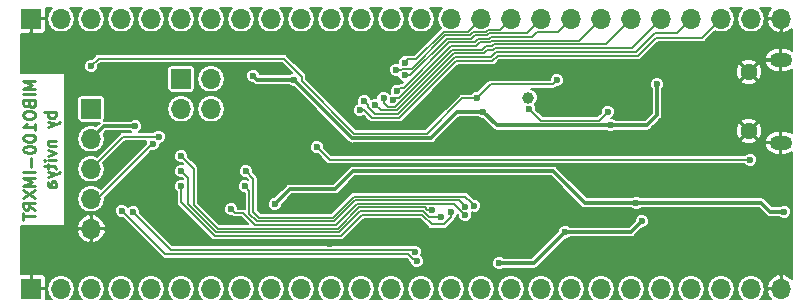
<source format=gbl>
G04 #@! TF.GenerationSoftware,KiCad,Pcbnew,(5.0.0)*
G04 #@! TF.CreationDate,2018-11-21T21:11:44+01:00*
G04 #@! TF.ProjectId,mibo100_imxrt,6D69626F3130305F696D7872742E6B69,rev?*
G04 #@! TF.SameCoordinates,PX695f190PY429d390*
G04 #@! TF.FileFunction,Copper,L2,Bot,Signal*
G04 #@! TF.FilePolarity,Positive*
%FSLAX46Y46*%
G04 Gerber Fmt 4.6, Leading zero omitted, Abs format (unit mm)*
G04 Created by KiCad (PCBNEW (5.0.0)) date 11/21/18 21:11:44*
%MOMM*%
%LPD*%
G01*
G04 APERTURE LIST*
G04 #@! TA.AperFunction,NonConductor*
%ADD10C,0.250000*%
G04 #@! TD*
G04 #@! TA.AperFunction,ComponentPad*
%ADD11O,1.700000X1.700000*%
G04 #@! TD*
G04 #@! TA.AperFunction,ComponentPad*
%ADD12R,1.700000X1.700000*%
G04 #@! TD*
G04 #@! TA.AperFunction,ComponentPad*
%ADD13C,1.450000*%
G04 #@! TD*
G04 #@! TA.AperFunction,ComponentPad*
%ADD14O,1.900000X1.200000*%
G04 #@! TD*
G04 #@! TA.AperFunction,ComponentPad*
%ADD15C,1.000000*%
G04 #@! TD*
G04 #@! TA.AperFunction,ViaPad*
%ADD16C,0.600000*%
G04 #@! TD*
G04 #@! TA.AperFunction,Conductor*
%ADD17C,0.300000*%
G04 #@! TD*
G04 #@! TA.AperFunction,Conductor*
%ADD18C,0.152000*%
G04 #@! TD*
G04 #@! TA.AperFunction,Conductor*
%ADD19C,0.200000*%
G04 #@! TD*
G04 APERTURE END LIST*
D10*
X1609380Y-6509476D02*
X609380Y-6509476D01*
X1323666Y-6842809D01*
X609380Y-7176142D01*
X1609380Y-7176142D01*
X1609380Y-7652333D02*
X609380Y-7652333D01*
X1085571Y-8461857D02*
X1133190Y-8604714D01*
X1180809Y-8652333D01*
X1276047Y-8699952D01*
X1418904Y-8699952D01*
X1514142Y-8652333D01*
X1561761Y-8604714D01*
X1609380Y-8509476D01*
X1609380Y-8128523D01*
X609380Y-8128523D01*
X609380Y-8461857D01*
X657000Y-8557095D01*
X704619Y-8604714D01*
X799857Y-8652333D01*
X895095Y-8652333D01*
X990333Y-8604714D01*
X1037952Y-8557095D01*
X1085571Y-8461857D01*
X1085571Y-8128523D01*
X609380Y-9319000D02*
X609380Y-9509476D01*
X657000Y-9604714D01*
X752238Y-9699952D01*
X942714Y-9747571D01*
X1276047Y-9747571D01*
X1466523Y-9699952D01*
X1561761Y-9604714D01*
X1609380Y-9509476D01*
X1609380Y-9319000D01*
X1561761Y-9223761D01*
X1466523Y-9128523D01*
X1276047Y-9080904D01*
X942714Y-9080904D01*
X752238Y-9128523D01*
X657000Y-9223761D01*
X609380Y-9319000D01*
X1609380Y-10699952D02*
X1609380Y-10128523D01*
X1609380Y-10414238D02*
X609380Y-10414238D01*
X752238Y-10319000D01*
X847476Y-10223761D01*
X895095Y-10128523D01*
X609380Y-11319000D02*
X609380Y-11414238D01*
X657000Y-11509476D01*
X704619Y-11557095D01*
X799857Y-11604714D01*
X990333Y-11652333D01*
X1228428Y-11652333D01*
X1418904Y-11604714D01*
X1514142Y-11557095D01*
X1561761Y-11509476D01*
X1609380Y-11414238D01*
X1609380Y-11319000D01*
X1561761Y-11223761D01*
X1514142Y-11176142D01*
X1418904Y-11128523D01*
X1228428Y-11080904D01*
X990333Y-11080904D01*
X799857Y-11128523D01*
X704619Y-11176142D01*
X657000Y-11223761D01*
X609380Y-11319000D01*
X609380Y-12271380D02*
X609380Y-12366619D01*
X657000Y-12461857D01*
X704619Y-12509476D01*
X799857Y-12557095D01*
X990333Y-12604714D01*
X1228428Y-12604714D01*
X1418904Y-12557095D01*
X1514142Y-12509476D01*
X1561761Y-12461857D01*
X1609380Y-12366619D01*
X1609380Y-12271380D01*
X1561761Y-12176142D01*
X1514142Y-12128523D01*
X1418904Y-12080904D01*
X1228428Y-12033285D01*
X990333Y-12033285D01*
X799857Y-12080904D01*
X704619Y-12128523D01*
X657000Y-12176142D01*
X609380Y-12271380D01*
X1228428Y-13033285D02*
X1228428Y-13795190D01*
X1609380Y-14271380D02*
X609380Y-14271380D01*
X1609380Y-14747571D02*
X609380Y-14747571D01*
X1323666Y-15080904D01*
X609380Y-15414238D01*
X1609380Y-15414238D01*
X609380Y-15795190D02*
X1609380Y-16461857D01*
X609380Y-16461857D02*
X1609380Y-15795190D01*
X1609380Y-17414238D02*
X1133190Y-17080904D01*
X1609380Y-16842809D02*
X609380Y-16842809D01*
X609380Y-17223761D01*
X657000Y-17319000D01*
X704619Y-17366619D01*
X799857Y-17414238D01*
X942714Y-17414238D01*
X1037952Y-17366619D01*
X1085571Y-17319000D01*
X1133190Y-17223761D01*
X1133190Y-16842809D01*
X609380Y-17699952D02*
X609380Y-18271380D01*
X1609380Y-17985666D02*
X609380Y-17985666D01*
X3359380Y-9152333D02*
X2359380Y-9152333D01*
X2740333Y-9152333D02*
X2692714Y-9247571D01*
X2692714Y-9438047D01*
X2740333Y-9533285D01*
X2787952Y-9580904D01*
X2883190Y-9628523D01*
X3168904Y-9628523D01*
X3264142Y-9580904D01*
X3311761Y-9533285D01*
X3359380Y-9438047D01*
X3359380Y-9247571D01*
X3311761Y-9152333D01*
X2692714Y-9961857D02*
X3359380Y-10199952D01*
X2692714Y-10438047D02*
X3359380Y-10199952D01*
X3597476Y-10104714D01*
X3645095Y-10057095D01*
X3692714Y-9961857D01*
X2692714Y-11580904D02*
X3359380Y-11580904D01*
X2787952Y-11580904D02*
X2740333Y-11628523D01*
X2692714Y-11723761D01*
X2692714Y-11866619D01*
X2740333Y-11961857D01*
X2835571Y-12009476D01*
X3359380Y-12009476D01*
X2692714Y-12390428D02*
X3359380Y-12628523D01*
X2692714Y-12866619D01*
X3359380Y-13247571D02*
X2692714Y-13247571D01*
X2359380Y-13247571D02*
X2407000Y-13199952D01*
X2454619Y-13247571D01*
X2407000Y-13295190D01*
X2359380Y-13247571D01*
X2454619Y-13247571D01*
X2692714Y-13580904D02*
X2692714Y-13961857D01*
X2359380Y-13723761D02*
X3216523Y-13723761D01*
X3311761Y-13771380D01*
X3359380Y-13866619D01*
X3359380Y-13961857D01*
X2692714Y-14199952D02*
X3359380Y-14438047D01*
X2692714Y-14676142D02*
X3359380Y-14438047D01*
X3597476Y-14342809D01*
X3645095Y-14295190D01*
X3692714Y-14199952D01*
X3359380Y-15485666D02*
X2835571Y-15485666D01*
X2740333Y-15438047D01*
X2692714Y-15342809D01*
X2692714Y-15152333D01*
X2740333Y-15057095D01*
X3311761Y-15485666D02*
X3359380Y-15390428D01*
X3359380Y-15152333D01*
X3311761Y-15057095D01*
X3216523Y-15009476D01*
X3121285Y-15009476D01*
X3026047Y-15057095D01*
X2978428Y-15152333D01*
X2978428Y-15390428D01*
X2930809Y-15485666D01*
D11*
G04 #@! TO.P,J2,26*
G04 #@! TO.N,GND*
X64770000Y-1270000D03*
G04 #@! TO.P,J2,25*
G04 #@! TO.N,+3V3*
X62230000Y-1270000D03*
G04 #@! TO.P,J2,24*
G04 #@! TO.N,/A10*
X59690000Y-1270000D03*
G04 #@! TO.P,J2,23*
G04 #@! TO.N,/A11*
X57150000Y-1270000D03*
G04 #@! TO.P,J2,22*
G04 #@! TO.N,/A12*
X54610000Y-1270000D03*
G04 #@! TO.P,J2,21*
G04 #@! TO.N,/A13*
X52070000Y-1270000D03*
G04 #@! TO.P,J2,20*
G04 #@! TO.N,/A14*
X49530000Y-1270000D03*
G04 #@! TO.P,J2,19*
G04 #@! TO.N,/A15*
X46990000Y-1270000D03*
G04 #@! TO.P,J2,18*
G04 #@! TO.N,/B10*
X44450000Y-1270000D03*
G04 #@! TO.P,J2,17*
G04 #@! TO.N,/B11*
X41910000Y-1270000D03*
G04 #@! TO.P,J2,16*
G04 #@! TO.N,/B12*
X39370000Y-1270000D03*
G04 #@! TO.P,J2,15*
G04 #@! TO.N,/B13*
X36830000Y-1270000D03*
G04 #@! TO.P,J2,14*
G04 #@! TO.N,/B14*
X34290000Y-1270000D03*
G04 #@! TO.P,J2,13*
G04 #@! TO.N,/B15*
X31750000Y-1270000D03*
G04 #@! TO.P,J2,12*
G04 #@! TO.N,/A9*
X29210000Y-1270000D03*
G04 #@! TO.P,J2,11*
G04 #@! TO.N,/A8*
X26670000Y-1270000D03*
G04 #@! TO.P,J2,10*
G04 #@! TO.N,/A7*
X24130000Y-1270000D03*
G04 #@! TO.P,J2,9*
G04 #@! TO.N,/A6*
X21590000Y-1270000D03*
G04 #@! TO.P,J2,8*
G04 #@! TO.N,/A5*
X19050000Y-1270000D03*
G04 #@! TO.P,J2,7*
G04 #@! TO.N,/A4*
X16510000Y-1270000D03*
G04 #@! TO.P,J2,6*
G04 #@! TO.N,/E35*
X13970000Y-1270000D03*
G04 #@! TO.P,J2,5*
G04 #@! TO.N,/E34*
X11430000Y-1270000D03*
G04 #@! TO.P,J2,4*
G04 #@! TO.N,/E33*
X8890000Y-1270000D03*
G04 #@! TO.P,J2,3*
G04 #@! TO.N,/E32*
X6350000Y-1270000D03*
G04 #@! TO.P,J2,2*
G04 #@! TO.N,/5V*
X3810000Y-1270000D03*
D12*
G04 #@! TO.P,J2,1*
G04 #@! TO.N,GND*
X1270000Y-1270000D03*
G04 #@! TD*
G04 #@! TO.P,J1,1*
G04 #@! TO.N,GND*
X1270000Y-24130000D03*
D11*
G04 #@! TO.P,J1,2*
G04 #@! TO.N,+3V3*
X3810000Y-24130000D03*
G04 #@! TO.P,J1,3*
G04 #@! TO.N,/E27*
X6350000Y-24130000D03*
G04 #@! TO.P,J1,4*
G04 #@! TO.N,/E26*
X8890000Y-24130000D03*
G04 #@! TO.P,J1,5*
G04 #@! TO.N,/E25*
X11430000Y-24130000D03*
G04 #@! TO.P,J1,6*
G04 #@! TO.N,/E24*
X13970000Y-24130000D03*
G04 #@! TO.P,J1,7*
G04 #@! TO.N,/E23*
X16510000Y-24130000D03*
G04 #@! TO.P,J1,8*
G04 #@! TO.N,/E22*
X19050000Y-24130000D03*
G04 #@! TO.P,J1,9*
G04 #@! TO.N,/E21*
X21590000Y-24130000D03*
G04 #@! TO.P,J1,10*
G04 #@! TO.N,/E20*
X24130000Y-24130000D03*
G04 #@! TO.P,J1,11*
G04 #@! TO.N,/E19*
X26670000Y-24130000D03*
G04 #@! TO.P,J1,12*
G04 #@! TO.N,/E18*
X29210000Y-24130000D03*
G04 #@! TO.P,J1,13*
G04 #@! TO.N,/E8*
X31750000Y-24130000D03*
G04 #@! TO.P,J1,14*
G04 #@! TO.N,/E9*
X34290000Y-24130000D03*
G04 #@! TO.P,J1,15*
G04 #@! TO.N,/E7*
X36830000Y-24130000D03*
G04 #@! TO.P,J1,16*
G04 #@! TO.N,/E6*
X39370000Y-24130000D03*
G04 #@! TO.P,J1,17*
G04 #@! TO.N,/E5*
X41910000Y-24130000D03*
G04 #@! TO.P,J1,18*
G04 #@! TO.N,/E4*
X44450000Y-24130000D03*
G04 #@! TO.P,J1,19*
G04 #@! TO.N,/S5*
X46990000Y-24130000D03*
G04 #@! TO.P,J1,20*
G04 #@! TO.N,/S4*
X49530000Y-24130000D03*
G04 #@! TO.P,J1,21*
G04 #@! TO.N,/S3*
X52070000Y-24130000D03*
G04 #@! TO.P,J1,22*
G04 #@! TO.N,/S2*
X54610000Y-24130000D03*
G04 #@! TO.P,J1,23*
G04 #@! TO.N,/S1*
X57150000Y-24130000D03*
G04 #@! TO.P,J1,24*
G04 #@! TO.N,/S0*
X59690000Y-24130000D03*
G04 #@! TO.P,J1,25*
G04 #@! TO.N,/5V*
X62230000Y-24130000D03*
G04 #@! TO.P,J1,26*
G04 #@! TO.N,GND*
X64770000Y-24130000D03*
G04 #@! TD*
D12*
G04 #@! TO.P,J3,1*
G04 #@! TO.N,Net-(J3-Pad1)*
X13970000Y-6350000D03*
D11*
G04 #@! TO.P,J3,2*
G04 #@! TO.N,Net-(J3-Pad2)*
X16510000Y-6350000D03*
G04 #@! TO.P,J3,3*
G04 #@! TO.N,/BOOT-CFG-0*
X13970000Y-8890000D03*
G04 #@! TO.P,J3,4*
G04 #@! TO.N,/BOOT-CFG-1*
X16510000Y-8890000D03*
G04 #@! TD*
D13*
G04 #@! TO.P,J4,6*
G04 #@! TO.N,GND*
X62037500Y-10755000D03*
X62037500Y-5755000D03*
D14*
X64737500Y-11755000D03*
X64737500Y-4755000D03*
G04 #@! TD*
D12*
G04 #@! TO.P,J5,1*
G04 #@! TO.N,/5V*
X6350000Y-8890000D03*
D11*
G04 #@! TO.P,J5,2*
G04 #@! TO.N,+3V3*
X6350000Y-11430000D03*
G04 #@! TO.P,J5,3*
G04 #@! TO.N,/SWDIO*
X6350000Y-13970000D03*
G04 #@! TO.P,J5,4*
G04 #@! TO.N,/SWDCLK*
X6350000Y-16510000D03*
G04 #@! TO.P,J5,5*
G04 #@! TO.N,GND*
X6350000Y-19050000D03*
G04 #@! TD*
D15*
G04 #@! TO.P,J6,1*
G04 #@! TO.N,/PMIC_ON*
X43370500Y-7937500D03*
G04 #@! TD*
D16*
G04 #@! TO.N,GND*
X27813000Y-3937000D03*
X26098500Y-6159500D03*
X23622000Y-7366000D03*
X37211000Y-6223000D03*
X49784000Y-5993500D03*
X61404500Y-15367000D03*
X47117000Y-17272000D03*
X21209002Y-16129000D03*
X22950686Y-16997990D03*
X31244525Y-19006510D03*
X26606504Y-20299990D03*
X27876500Y-21780500D03*
X40066935Y-21968496D03*
X44386502Y-18732500D03*
X57404000Y-19812002D03*
X58166000Y-21843980D03*
X49276000Y-12509500D03*
X10731500Y-17335500D03*
X46753154Y-4956929D03*
X44749559Y-6238848D03*
X21463000Y-13055499D03*
X45633500Y-8064500D03*
X54281872Y-4127406D03*
X52450996Y-9080500D03*
X52705000Y-12128500D03*
G04 #@! TO.N,+3V3*
X40894000Y-21971000D03*
X65049500Y-17589500D03*
X52514500Y-16827500D03*
X23558500Y-6413500D03*
X20066000Y-6096000D03*
X39560500Y-9129110D03*
X46482000Y-19304000D03*
X21907500Y-16954500D03*
X52959006Y-18415000D03*
X10096500Y-10350500D03*
X54264401Y-6814321D03*
X50355496Y-10287000D03*
G04 #@! TO.N,/5V*
X38989000Y-8001000D03*
X6350000Y-5270500D03*
X45783504Y-6477000D03*
G04 #@! TO.N,/B10*
X32893000Y-6023895D03*
G04 #@! TO.N,/B11*
X32194500Y-5567988D03*
G04 #@! TO.N,/B12*
X32892761Y-4967882D03*
G04 #@! TO.N,/A15*
X32229196Y-7393578D03*
G04 #@! TO.N,/A14*
X31938234Y-8125738D03*
G04 #@! TO.N,/A13*
X31108482Y-7950825D03*
G04 #@! TO.N,/A12*
X30393988Y-8525663D03*
G04 #@! TO.N,/A11*
X29464000Y-8255000D03*
G04 #@! TO.N,/A10*
X29083000Y-9017000D03*
G04 #@! TO.N,/BOOT-CFG-0*
X33909000Y-21780500D03*
X8953500Y-17526000D03*
G04 #@! TO.N,/BOOT-CFG-1*
X33742610Y-20994390D03*
X9906000Y-17652986D03*
G04 #@! TO.N,/SWDIO*
X12065000Y-11239500D03*
G04 #@! TO.N,/SWDCLK*
X11557000Y-11874500D03*
G04 #@! TO.N,/LED1*
X25463500Y-12128500D03*
X62166500Y-13208000D03*
G04 #@! TO.N,/FLASH-CS*
X13970000Y-12890500D03*
X35179000Y-17455979D03*
G04 #@! TO.N,/FLASH-D1*
X13970000Y-14160500D03*
X35941000Y-18034000D03*
G04 #@! TO.N,/FLASH-D2*
X13970000Y-15430500D03*
X36830000Y-17653000D03*
G04 #@! TO.N,/FLASH-D0*
X18224500Y-17399000D03*
X38036500Y-17907000D03*
G04 #@! TO.N,/FLASH-CLK*
X19367500Y-15430500D03*
X38036500Y-17154987D03*
G04 #@! TO.N,/FLASH-D3*
X19431000Y-14160500D03*
X38798500Y-17081500D03*
G04 #@! TO.N,/POR_B*
X43443515Y-8886698D03*
X50101500Y-9144000D03*
G04 #@! TD*
D17*
G04 #@! TO.N,+3V3*
X65049500Y-17589500D02*
X63817500Y-17589500D01*
X63817500Y-17589500D02*
X63055500Y-16827500D01*
X63055500Y-16827500D02*
X52514500Y-16827500D01*
X23815489Y-6670489D02*
X23558500Y-6413500D01*
X23815489Y-6697077D02*
X23815489Y-6670489D01*
X28481922Y-11363510D02*
X23815489Y-6697077D01*
X35118490Y-11363510D02*
X28481922Y-11363510D01*
X39560500Y-9129110D02*
X37352890Y-9129110D01*
X37352890Y-9129110D02*
X35118490Y-11363510D01*
X20383500Y-6413500D02*
X20066000Y-6096000D01*
X23558500Y-6413500D02*
X20383500Y-6413500D01*
X43815000Y-21971000D02*
X40894000Y-21971000D01*
X46482000Y-19304000D02*
X43815000Y-21971000D01*
X52514500Y-16827500D02*
X48133000Y-16827500D01*
X48133000Y-16827500D02*
X45466000Y-14160500D01*
X45466000Y-14160500D02*
X28511500Y-14160500D01*
X28511500Y-14160500D02*
X26987500Y-15684500D01*
X23177500Y-15684500D02*
X21907500Y-16954500D01*
X26987500Y-15684500D02*
X23177500Y-15684500D01*
X52659007Y-18714999D02*
X52959006Y-18415000D01*
X46482000Y-19304000D02*
X52070006Y-19304000D01*
X52070006Y-19304000D02*
X52659007Y-18714999D01*
X7429500Y-10350500D02*
X6350000Y-11430000D01*
X10096500Y-10350500D02*
X7429500Y-10350500D01*
X39560500Y-9129110D02*
X40718390Y-10287000D01*
X40718390Y-10287000D02*
X49931232Y-10287000D01*
X49931232Y-10287000D02*
X50355496Y-10287000D01*
X53403500Y-10287000D02*
X50355496Y-10287000D01*
X54264401Y-9426099D02*
X53403500Y-10287000D01*
X54264401Y-6814321D02*
X54264401Y-9426099D01*
D18*
G04 #@! TO.N,/5V*
X6985000Y-4635500D02*
X6350000Y-5270500D01*
X22669500Y-4635500D02*
X6985000Y-4635500D01*
X37782500Y-8001000D02*
X34798000Y-10985500D01*
X38989000Y-8001000D02*
X37782500Y-8001000D01*
X34798000Y-10985500D02*
X28638500Y-10985500D01*
X28638500Y-10985500D02*
X24193500Y-6540500D01*
X24193500Y-6540500D02*
X24193500Y-6159500D01*
X24193500Y-6159500D02*
X22669500Y-4635500D01*
X45466004Y-6794500D02*
X45783504Y-6477000D01*
X38989000Y-8001000D02*
X40195500Y-6794500D01*
X40195500Y-6794500D02*
X45466004Y-6794500D01*
G04 #@! TO.N,/B10*
X44450000Y-1270000D02*
X43226061Y-2493939D01*
X36448349Y-2956023D02*
X33380477Y-6023895D01*
X43226061Y-2493939D02*
X40074952Y-2493939D01*
X33317264Y-6023895D02*
X32893000Y-6023895D01*
X33380477Y-6023895D02*
X33317264Y-6023895D01*
X38543849Y-2956023D02*
X36448349Y-2956023D01*
X38842416Y-2657456D02*
X38543849Y-2956023D01*
X39911433Y-2657456D02*
X38842416Y-2657456D01*
X40074952Y-2493939D02*
X39911433Y-2657456D01*
G04 #@! TO.N,/B11*
X32690869Y-5495883D02*
X32618764Y-5567988D01*
X36322424Y-2652012D02*
X33478553Y-5495883D01*
X39949027Y-2189928D02*
X39785510Y-2353445D01*
X39785510Y-2353445D02*
X38716489Y-2353447D01*
X38716489Y-2353447D02*
X38417924Y-2652012D01*
X38417924Y-2652012D02*
X36322424Y-2652012D01*
X32618764Y-5567988D02*
X32194500Y-5567988D01*
X33478553Y-5495883D02*
X32690869Y-5495883D01*
X41910000Y-1270000D02*
X40990072Y-2189928D01*
X40990072Y-2189928D02*
X39949027Y-2189928D01*
G04 #@! TO.N,/B12*
X33192760Y-4667883D02*
X32892761Y-4967882D01*
X33876617Y-4667883D02*
X33192760Y-4667883D01*
X36196499Y-2348001D02*
X33876617Y-4667883D01*
X39370000Y-1270000D02*
X38291999Y-2348001D01*
X38291999Y-2348001D02*
X36196499Y-2348001D01*
G04 #@! TO.N,/A15*
X32529195Y-7093579D02*
X32857241Y-7093579D01*
X32857241Y-7093579D02*
X36690788Y-3260032D01*
X40037356Y-2961467D02*
X40200876Y-2797949D01*
X40200876Y-2797949D02*
X43678804Y-2797952D01*
X43678804Y-2797952D02*
X44063756Y-2413000D01*
X44063756Y-2413000D02*
X45847000Y-2413000D01*
X45847000Y-2413000D02*
X46990000Y-1270000D01*
X39119223Y-2961467D02*
X40037356Y-2961467D01*
X38820658Y-3260032D02*
X39119223Y-2961467D01*
X36690788Y-3260032D02*
X38820658Y-3260032D01*
X32229196Y-7393578D02*
X32529195Y-7093579D01*
G04 #@! TO.N,/A14*
X32125797Y-7938175D02*
X31938234Y-8125738D01*
X32442581Y-7938175D02*
X32125797Y-7938175D01*
X40163279Y-3265478D02*
X39245148Y-3265478D01*
X36816713Y-3564043D02*
X32442581Y-7938175D01*
X40326800Y-3101959D02*
X40163279Y-3265478D01*
X47698041Y-3101959D02*
X40326800Y-3101959D01*
X47698041Y-3101959D02*
X49530000Y-1270000D01*
X38946583Y-3564043D02*
X36816713Y-3564043D01*
X39245148Y-3265478D02*
X38946583Y-3564043D01*
G04 #@! TO.N,/A13*
X39754223Y-3596469D02*
X39482632Y-3868054D01*
X39482632Y-3868054D02*
X36942638Y-3868054D01*
X36942638Y-3868054D02*
X32097703Y-8712989D01*
X32097703Y-8712989D02*
X31446382Y-8712989D01*
X31108482Y-8375089D02*
X31108482Y-7950825D01*
X31446382Y-8712989D02*
X31108482Y-8375089D01*
X40262222Y-3596469D02*
X39754223Y-3596469D01*
X40452723Y-3405969D02*
X40262222Y-3596469D01*
X49934031Y-3405969D02*
X40452723Y-3405969D01*
X52070000Y-1270000D02*
X49934031Y-3405969D01*
G04 #@! TO.N,/A12*
X53721000Y-2159000D02*
X54610000Y-1270000D01*
X52169997Y-3710003D02*
X53721000Y-2159000D01*
X40578649Y-3709979D02*
X52169997Y-3710003D01*
X40388148Y-3900480D02*
X40578649Y-3709979D01*
X30393988Y-8525663D02*
X30885325Y-9017000D01*
X30885325Y-9017000D02*
X32223628Y-9017000D01*
X32223628Y-9017000D02*
X37068563Y-4172065D01*
X37068563Y-4172065D02*
X39608563Y-4172065D01*
X39608563Y-4172065D02*
X39880149Y-3900479D01*
X39880149Y-3900479D02*
X40388148Y-3900480D01*
G04 #@! TO.N,/A11*
X56197500Y-2222500D02*
X57150000Y-1270000D01*
X55943500Y-2476500D02*
X56197500Y-2222500D01*
X54102000Y-2476500D02*
X55943500Y-2476500D01*
X40641074Y-4077490D02*
X52501010Y-4077490D01*
X40196575Y-4521989D02*
X40641074Y-4077490D01*
X52501010Y-4077490D02*
X54102000Y-2476500D01*
X29763999Y-8554999D02*
X29763999Y-8745499D01*
X29763999Y-8745499D02*
X30353000Y-9334500D01*
X29464000Y-8255000D02*
X29763999Y-8554999D01*
X30353000Y-9334500D02*
X32336064Y-9334500D01*
X32336064Y-9334500D02*
X37148575Y-4521989D01*
X37148575Y-4521989D02*
X40196575Y-4521989D01*
G04 #@! TO.N,/A10*
X58547000Y-2413000D02*
X59690000Y-1270000D01*
X58102500Y-2857500D02*
X58547000Y-2413000D01*
X54150934Y-2857500D02*
X58102500Y-2857500D01*
X40766999Y-4381500D02*
X52626935Y-4381500D01*
X52626935Y-4381500D02*
X54150934Y-2857500D01*
X29464000Y-9017000D02*
X30099000Y-9652000D01*
X29083000Y-9017000D02*
X29464000Y-9017000D01*
X30099000Y-9652000D02*
X32448500Y-9652000D01*
X32448500Y-9652000D02*
X37274500Y-4826000D01*
X37274500Y-4826000D02*
X40322500Y-4825999D01*
X40322500Y-4825999D02*
X40766999Y-4381500D01*
G04 #@! TO.N,/BOOT-CFG-0*
X33718500Y-21590000D02*
X33591500Y-21590000D01*
X12636500Y-21209000D02*
X9253499Y-17825999D01*
X33909000Y-21780500D02*
X33718500Y-21590000D01*
X33210500Y-21209000D02*
X12636500Y-21209000D01*
X9253499Y-17825999D02*
X8953500Y-17526000D01*
X33591500Y-21590000D02*
X33210500Y-21209000D01*
G04 #@! TO.N,/BOOT-CFG-1*
X33742610Y-20994390D02*
X33576220Y-20828000D01*
X33576220Y-20828000D02*
X13081014Y-20828000D01*
X10205999Y-17952985D02*
X9906000Y-17652986D01*
X13081014Y-20828000D02*
X10205999Y-17952985D01*
G04 #@! TO.N,/SWDIO*
X11640736Y-11239500D02*
X12065000Y-11239500D01*
X6350000Y-13970000D02*
X9080500Y-11239500D01*
X9080500Y-11239500D02*
X11640736Y-11239500D01*
G04 #@! TO.N,/SWDCLK*
X11493500Y-11874500D02*
X11557000Y-11874500D01*
X6350000Y-16510000D02*
X6858000Y-16510000D01*
X6858000Y-16510000D02*
X11493500Y-11874500D01*
G04 #@! TO.N,/LED1*
X61742236Y-13208000D02*
X62166500Y-13208000D01*
X25463500Y-12128500D02*
X26543000Y-13208000D01*
X26543000Y-13208000D02*
X61742236Y-13208000D01*
G04 #@! TO.N,/FLASH-CS*
X34605352Y-17235480D02*
X34825851Y-17455979D01*
X15049500Y-17017995D02*
X17054525Y-19023020D01*
X17054525Y-19023020D02*
X27234109Y-19023019D01*
X15049500Y-13970000D02*
X15049500Y-17017995D01*
X13970000Y-12890500D02*
X15049500Y-13970000D01*
X29021760Y-17235369D02*
X34605352Y-17235480D01*
X27234109Y-19023019D02*
X29021760Y-17235369D01*
X34825851Y-17455979D02*
X35179000Y-17455979D01*
G04 #@! TO.N,/FLASH-D1*
X14554989Y-16953420D02*
X16928600Y-19327031D01*
X34479426Y-17539490D02*
X34973936Y-18034000D01*
X13970000Y-14160500D02*
X14554982Y-14745482D01*
X34973936Y-18034000D02*
X35516736Y-18034000D01*
X16928600Y-19327031D02*
X27360035Y-19327029D01*
X27360035Y-19327029D02*
X29147575Y-17539489D01*
X29147575Y-17539489D02*
X34479426Y-17539490D01*
X35516736Y-18034000D02*
X35941000Y-18034000D01*
X14554982Y-14745482D02*
X14554989Y-16953420D01*
G04 #@! TO.N,/FLASH-D2*
X36238264Y-18669000D02*
X36830000Y-18077264D01*
X16802675Y-19631042D02*
X27485958Y-19631042D01*
X35179000Y-18669000D02*
X36238264Y-18669000D01*
X13970000Y-16798367D02*
X16802675Y-19631042D01*
X13970000Y-15430500D02*
X13970000Y-16798367D01*
X36830000Y-18077264D02*
X36830000Y-17653000D01*
X29273500Y-17843500D02*
X34353500Y-17843500D01*
X34353500Y-17843500D02*
X35179000Y-18669000D01*
X27485958Y-19631042D02*
X29273500Y-17843500D01*
G04 #@! TO.N,/FLASH-D0*
X18524499Y-17698999D02*
X18224500Y-17399000D01*
X37047480Y-16917980D02*
X28850957Y-16917979D01*
X38036500Y-17907000D02*
X37047480Y-16917980D01*
X28850957Y-16917979D02*
X27049926Y-18719010D01*
X27049926Y-18719010D02*
X20243010Y-18719010D01*
X20243010Y-18719010D02*
X19222999Y-17698999D01*
X19222999Y-17698999D02*
X18524499Y-17698999D01*
G04 #@! TO.N,/FLASH-CLK*
X37736501Y-16854988D02*
X38036500Y-17154987D01*
X37495484Y-16613971D02*
X37736501Y-16854988D01*
X19748500Y-15811500D02*
X19748500Y-17780000D01*
X19367500Y-15430500D02*
X19748500Y-15811500D01*
X19748500Y-17780000D02*
X20383499Y-18414999D01*
X20383499Y-18414999D02*
X26924001Y-18414999D01*
X26924001Y-18414999D02*
X28725032Y-16613969D01*
X28725032Y-16613969D02*
X37495484Y-16613971D01*
G04 #@! TO.N,/FLASH-D3*
X38026961Y-16309961D02*
X38498501Y-16781501D01*
X28599107Y-16309959D02*
X38026961Y-16309961D01*
X20574000Y-18097500D02*
X26811564Y-18097500D01*
X26811564Y-18097500D02*
X28599107Y-16309959D01*
X20066000Y-17589500D02*
X20574000Y-18097500D01*
X20066000Y-14795500D02*
X20066000Y-17589500D01*
X38498501Y-16781501D02*
X38798500Y-17081500D01*
X19431000Y-14160500D02*
X20066000Y-14795500D01*
G04 #@! TO.N,/POR_B*
X49339500Y-9906000D02*
X50101500Y-9144000D01*
X43443515Y-8886698D02*
X44462817Y-9906000D01*
X44462817Y-9906000D02*
X49339500Y-9906000D01*
G04 #@! TD*
D19*
G04 #@! TO.N,GND*
G36*
X2980897Y-440897D02*
X2726724Y-821293D01*
X2637471Y-1270000D01*
X2726724Y-1718707D01*
X2980897Y-2099103D01*
X3361293Y-2353276D01*
X3696739Y-2420000D01*
X3923261Y-2420000D01*
X4258707Y-2353276D01*
X4639103Y-2099103D01*
X4893276Y-1718707D01*
X4982529Y-1270000D01*
X4893276Y-821293D01*
X4639103Y-440897D01*
X4540481Y-375000D01*
X5619519Y-375000D01*
X5520897Y-440897D01*
X5266724Y-821293D01*
X5177471Y-1270000D01*
X5266724Y-1718707D01*
X5520897Y-2099103D01*
X5901293Y-2353276D01*
X6236739Y-2420000D01*
X6463261Y-2420000D01*
X6798707Y-2353276D01*
X7179103Y-2099103D01*
X7433276Y-1718707D01*
X7522529Y-1270000D01*
X7433276Y-821293D01*
X7179103Y-440897D01*
X7080481Y-375000D01*
X8159519Y-375000D01*
X8060897Y-440897D01*
X7806724Y-821293D01*
X7717471Y-1270000D01*
X7806724Y-1718707D01*
X8060897Y-2099103D01*
X8441293Y-2353276D01*
X8776739Y-2420000D01*
X9003261Y-2420000D01*
X9338707Y-2353276D01*
X9719103Y-2099103D01*
X9973276Y-1718707D01*
X10062529Y-1270000D01*
X9973276Y-821293D01*
X9719103Y-440897D01*
X9620481Y-375000D01*
X10699519Y-375000D01*
X10600897Y-440897D01*
X10346724Y-821293D01*
X10257471Y-1270000D01*
X10346724Y-1718707D01*
X10600897Y-2099103D01*
X10981293Y-2353276D01*
X11316739Y-2420000D01*
X11543261Y-2420000D01*
X11878707Y-2353276D01*
X12259103Y-2099103D01*
X12513276Y-1718707D01*
X12602529Y-1270000D01*
X12513276Y-821293D01*
X12259103Y-440897D01*
X12160481Y-375000D01*
X13239519Y-375000D01*
X13140897Y-440897D01*
X12886724Y-821293D01*
X12797471Y-1270000D01*
X12886724Y-1718707D01*
X13140897Y-2099103D01*
X13521293Y-2353276D01*
X13856739Y-2420000D01*
X14083261Y-2420000D01*
X14418707Y-2353276D01*
X14799103Y-2099103D01*
X15053276Y-1718707D01*
X15142529Y-1270000D01*
X15053276Y-821293D01*
X14799103Y-440897D01*
X14700481Y-375000D01*
X15779519Y-375000D01*
X15680897Y-440897D01*
X15426724Y-821293D01*
X15337471Y-1270000D01*
X15426724Y-1718707D01*
X15680897Y-2099103D01*
X16061293Y-2353276D01*
X16396739Y-2420000D01*
X16623261Y-2420000D01*
X16958707Y-2353276D01*
X17339103Y-2099103D01*
X17593276Y-1718707D01*
X17682529Y-1270000D01*
X17593276Y-821293D01*
X17339103Y-440897D01*
X17240481Y-375000D01*
X18319519Y-375000D01*
X18220897Y-440897D01*
X17966724Y-821293D01*
X17877471Y-1270000D01*
X17966724Y-1718707D01*
X18220897Y-2099103D01*
X18601293Y-2353276D01*
X18936739Y-2420000D01*
X19163261Y-2420000D01*
X19498707Y-2353276D01*
X19879103Y-2099103D01*
X20133276Y-1718707D01*
X20222529Y-1270000D01*
X20133276Y-821293D01*
X19879103Y-440897D01*
X19780481Y-375000D01*
X20859519Y-375000D01*
X20760897Y-440897D01*
X20506724Y-821293D01*
X20417471Y-1270000D01*
X20506724Y-1718707D01*
X20760897Y-2099103D01*
X21141293Y-2353276D01*
X21476739Y-2420000D01*
X21703261Y-2420000D01*
X22038707Y-2353276D01*
X22419103Y-2099103D01*
X22673276Y-1718707D01*
X22762529Y-1270000D01*
X22673276Y-821293D01*
X22419103Y-440897D01*
X22320481Y-375000D01*
X23399519Y-375000D01*
X23300897Y-440897D01*
X23046724Y-821293D01*
X22957471Y-1270000D01*
X23046724Y-1718707D01*
X23300897Y-2099103D01*
X23681293Y-2353276D01*
X24016739Y-2420000D01*
X24243261Y-2420000D01*
X24578707Y-2353276D01*
X24959103Y-2099103D01*
X25213276Y-1718707D01*
X25302529Y-1270000D01*
X25213276Y-821293D01*
X24959103Y-440897D01*
X24860481Y-375000D01*
X25939519Y-375000D01*
X25840897Y-440897D01*
X25586724Y-821293D01*
X25497471Y-1270000D01*
X25586724Y-1718707D01*
X25840897Y-2099103D01*
X26221293Y-2353276D01*
X26556739Y-2420000D01*
X26783261Y-2420000D01*
X27118707Y-2353276D01*
X27499103Y-2099103D01*
X27753276Y-1718707D01*
X27842529Y-1270000D01*
X27753276Y-821293D01*
X27499103Y-440897D01*
X27400481Y-375000D01*
X28479519Y-375000D01*
X28380897Y-440897D01*
X28126724Y-821293D01*
X28037471Y-1270000D01*
X28126724Y-1718707D01*
X28380897Y-2099103D01*
X28761293Y-2353276D01*
X29096739Y-2420000D01*
X29323261Y-2420000D01*
X29658707Y-2353276D01*
X30039103Y-2099103D01*
X30293276Y-1718707D01*
X30382529Y-1270000D01*
X30293276Y-821293D01*
X30039103Y-440897D01*
X29940481Y-375000D01*
X31019519Y-375000D01*
X30920897Y-440897D01*
X30666724Y-821293D01*
X30577471Y-1270000D01*
X30666724Y-1718707D01*
X30920897Y-2099103D01*
X31301293Y-2353276D01*
X31636739Y-2420000D01*
X31863261Y-2420000D01*
X32198707Y-2353276D01*
X32579103Y-2099103D01*
X32833276Y-1718707D01*
X32922529Y-1270000D01*
X32833276Y-821293D01*
X32579103Y-440897D01*
X32480481Y-375000D01*
X33559519Y-375000D01*
X33460897Y-440897D01*
X33206724Y-821293D01*
X33117471Y-1270000D01*
X33206724Y-1718707D01*
X33460897Y-2099103D01*
X33841293Y-2353276D01*
X34176739Y-2420000D01*
X34403261Y-2420000D01*
X34738707Y-2353276D01*
X35119103Y-2099103D01*
X35373276Y-1718707D01*
X35462529Y-1270000D01*
X35373276Y-821293D01*
X35119103Y-440897D01*
X35020481Y-375000D01*
X36099519Y-375000D01*
X36000897Y-440897D01*
X35746724Y-821293D01*
X35657471Y-1270000D01*
X35746724Y-1718707D01*
X35967353Y-2048900D01*
X35925418Y-2076920D01*
X35904440Y-2108316D01*
X33720873Y-4291883D01*
X33229791Y-4291883D01*
X33192760Y-4284517D01*
X33155729Y-4291883D01*
X33046052Y-4313699D01*
X32964961Y-4367882D01*
X32773414Y-4367882D01*
X32552888Y-4459226D01*
X32384105Y-4628009D01*
X32292761Y-4848535D01*
X32292761Y-4967988D01*
X32075153Y-4967988D01*
X31854627Y-5059332D01*
X31685844Y-5228115D01*
X31594500Y-5448641D01*
X31594500Y-5687335D01*
X31685844Y-5907861D01*
X31854627Y-6076644D01*
X32075153Y-6167988D01*
X32303250Y-6167988D01*
X32384344Y-6363768D01*
X32553127Y-6532551D01*
X32773653Y-6623895D01*
X32795181Y-6623895D01*
X32701497Y-6717579D01*
X32566226Y-6717579D01*
X32529195Y-6710213D01*
X32492164Y-6717579D01*
X32382487Y-6739395D01*
X32301396Y-6793578D01*
X32109849Y-6793578D01*
X31889323Y-6884922D01*
X31720540Y-7053705D01*
X31629196Y-7274231D01*
X31629196Y-7512925D01*
X31661505Y-7590927D01*
X31615973Y-7609787D01*
X31448355Y-7442169D01*
X31227829Y-7350825D01*
X30989135Y-7350825D01*
X30768609Y-7442169D01*
X30599826Y-7610952D01*
X30508482Y-7831478D01*
X30508482Y-7925663D01*
X30274641Y-7925663D01*
X30054115Y-8017007D01*
X30026354Y-8044768D01*
X29972656Y-7915127D01*
X29803873Y-7746344D01*
X29583347Y-7655000D01*
X29344653Y-7655000D01*
X29124127Y-7746344D01*
X28955344Y-7915127D01*
X28864000Y-8135653D01*
X28864000Y-8374347D01*
X28893674Y-8445986D01*
X28743127Y-8508344D01*
X28574344Y-8677127D01*
X28483000Y-8897653D01*
X28483000Y-9136347D01*
X28574344Y-9356873D01*
X28743127Y-9525656D01*
X28963653Y-9617000D01*
X29202347Y-9617000D01*
X29422873Y-9525656D01*
X29431892Y-9516637D01*
X29806943Y-9891688D01*
X29827919Y-9923081D01*
X29859312Y-9944057D01*
X29952292Y-10006184D01*
X30099000Y-10035366D01*
X30136031Y-10028000D01*
X32411469Y-10028000D01*
X32448500Y-10035366D01*
X32485531Y-10028000D01*
X32595208Y-10006184D01*
X32719581Y-9923081D01*
X32740560Y-9891684D01*
X37096143Y-5536101D01*
X60911540Y-5536101D01*
X60913480Y-5983649D01*
X61081018Y-6388122D01*
X61262621Y-6459169D01*
X61966789Y-5755000D01*
X62108211Y-5755000D01*
X62812379Y-6459169D01*
X62993982Y-6388122D01*
X63163460Y-5973899D01*
X63161520Y-5526351D01*
X62993982Y-5121878D01*
X62812379Y-5050831D01*
X62108211Y-5755000D01*
X61966789Y-5755000D01*
X61262621Y-5050831D01*
X61081018Y-5121878D01*
X60911540Y-5536101D01*
X37096143Y-5536101D01*
X37430245Y-5202000D01*
X40285464Y-5201998D01*
X40322500Y-5209365D01*
X40469207Y-5180183D01*
X40562187Y-5118056D01*
X40562188Y-5118055D01*
X40593581Y-5097079D01*
X40614557Y-5065686D01*
X40700122Y-4980121D01*
X61333331Y-4980121D01*
X62037500Y-5684289D01*
X62741669Y-4980121D01*
X62734041Y-4960623D01*
X63408869Y-4960623D01*
X63444487Y-5091489D01*
X63645038Y-5426751D01*
X63958623Y-5659745D01*
X64337500Y-5755000D01*
X64687500Y-5755000D01*
X64687500Y-4805000D01*
X63488890Y-4805000D01*
X63408869Y-4960623D01*
X62734041Y-4960623D01*
X62670622Y-4798518D01*
X62256399Y-4629040D01*
X61808851Y-4630980D01*
X61404378Y-4798518D01*
X61333331Y-4980121D01*
X40700122Y-4980121D01*
X40922743Y-4757500D01*
X52589904Y-4757500D01*
X52626935Y-4764866D01*
X52663966Y-4757500D01*
X52773643Y-4735684D01*
X52898016Y-4652581D01*
X52918996Y-4621182D01*
X52990801Y-4549377D01*
X63408869Y-4549377D01*
X63488890Y-4705000D01*
X64687500Y-4705000D01*
X64687500Y-3755000D01*
X64337500Y-3755000D01*
X63958623Y-3850255D01*
X63645038Y-4083249D01*
X63444487Y-4418511D01*
X63408869Y-4549377D01*
X52990801Y-4549377D01*
X54306679Y-3233500D01*
X58065469Y-3233500D01*
X58102500Y-3240866D01*
X58139531Y-3233500D01*
X58249208Y-3211684D01*
X58373581Y-3128581D01*
X58394559Y-3097185D01*
X58839057Y-2652688D01*
X58839059Y-2652685D01*
X59179654Y-2312090D01*
X59241293Y-2353276D01*
X59576739Y-2420000D01*
X59803261Y-2420000D01*
X60138707Y-2353276D01*
X60519103Y-2099103D01*
X60773276Y-1718707D01*
X60862529Y-1270000D01*
X60773276Y-821293D01*
X60519103Y-440897D01*
X60420481Y-375000D01*
X61499519Y-375000D01*
X61400897Y-440897D01*
X61146724Y-821293D01*
X61057471Y-1270000D01*
X61146724Y-1718707D01*
X61400897Y-2099103D01*
X61781293Y-2353276D01*
X62116739Y-2420000D01*
X62343261Y-2420000D01*
X62678707Y-2353276D01*
X63059103Y-2099103D01*
X63313276Y-1718707D01*
X63353841Y-1514772D01*
X63544195Y-1514772D01*
X63731174Y-1965235D01*
X64076305Y-2309855D01*
X64525229Y-2495801D01*
X64720000Y-2418913D01*
X64720000Y-1320000D01*
X63620996Y-1320000D01*
X63544195Y-1514772D01*
X63353841Y-1514772D01*
X63402529Y-1270000D01*
X63313276Y-821293D01*
X63059103Y-440897D01*
X62960481Y-375000D01*
X63931235Y-375000D01*
X63731174Y-574765D01*
X63544195Y-1025228D01*
X63620996Y-1220000D01*
X64720000Y-1220000D01*
X64720000Y-1200000D01*
X64820000Y-1200000D01*
X64820000Y-1220000D01*
X64840000Y-1220000D01*
X64840000Y-1320000D01*
X64820000Y-1320000D01*
X64820000Y-2418913D01*
X65014771Y-2495801D01*
X65463695Y-2309855D01*
X65665000Y-2108848D01*
X65665000Y-3960682D01*
X65516377Y-3850255D01*
X65137500Y-3755000D01*
X64787500Y-3755000D01*
X64787500Y-4705000D01*
X64807500Y-4705000D01*
X64807500Y-4805000D01*
X64787500Y-4805000D01*
X64787500Y-5755000D01*
X65137500Y-5755000D01*
X65516377Y-5659745D01*
X65665000Y-5549318D01*
X65665000Y-10960682D01*
X65516377Y-10850255D01*
X65137500Y-10755000D01*
X64787500Y-10755000D01*
X64787500Y-11705000D01*
X64807500Y-11705000D01*
X64807500Y-11805000D01*
X64787500Y-11805000D01*
X64787500Y-12755000D01*
X65137500Y-12755000D01*
X65516377Y-12659745D01*
X65665000Y-12549318D01*
X65665001Y-23291153D01*
X65463695Y-23090145D01*
X65014771Y-22904199D01*
X64820000Y-22981087D01*
X64820000Y-24080000D01*
X64840000Y-24080000D01*
X64840000Y-24180000D01*
X64820000Y-24180000D01*
X64820000Y-24200000D01*
X64720000Y-24200000D01*
X64720000Y-24180000D01*
X63620996Y-24180000D01*
X63544195Y-24374772D01*
X63731174Y-24825235D01*
X63931235Y-25025000D01*
X62960481Y-25025000D01*
X63059103Y-24959103D01*
X63313276Y-24578707D01*
X63402529Y-24130000D01*
X63353842Y-23885228D01*
X63544195Y-23885228D01*
X63620996Y-24080000D01*
X64720000Y-24080000D01*
X64720000Y-22981087D01*
X64525229Y-22904199D01*
X64076305Y-23090145D01*
X63731174Y-23434765D01*
X63544195Y-23885228D01*
X63353842Y-23885228D01*
X63313276Y-23681293D01*
X63059103Y-23300897D01*
X62678707Y-23046724D01*
X62343261Y-22980000D01*
X62116739Y-22980000D01*
X61781293Y-23046724D01*
X61400897Y-23300897D01*
X61146724Y-23681293D01*
X61057471Y-24130000D01*
X61146724Y-24578707D01*
X61400897Y-24959103D01*
X61499519Y-25025000D01*
X60420481Y-25025000D01*
X60519103Y-24959103D01*
X60773276Y-24578707D01*
X60862529Y-24130000D01*
X60773276Y-23681293D01*
X60519103Y-23300897D01*
X60138707Y-23046724D01*
X59803261Y-22980000D01*
X59576739Y-22980000D01*
X59241293Y-23046724D01*
X58860897Y-23300897D01*
X58606724Y-23681293D01*
X58517471Y-24130000D01*
X58606724Y-24578707D01*
X58860897Y-24959103D01*
X58959519Y-25025000D01*
X57880481Y-25025000D01*
X57979103Y-24959103D01*
X58233276Y-24578707D01*
X58322529Y-24130000D01*
X58233276Y-23681293D01*
X57979103Y-23300897D01*
X57598707Y-23046724D01*
X57263261Y-22980000D01*
X57036739Y-22980000D01*
X56701293Y-23046724D01*
X56320897Y-23300897D01*
X56066724Y-23681293D01*
X55977471Y-24130000D01*
X56066724Y-24578707D01*
X56320897Y-24959103D01*
X56419519Y-25025000D01*
X55340481Y-25025000D01*
X55439103Y-24959103D01*
X55693276Y-24578707D01*
X55782529Y-24130000D01*
X55693276Y-23681293D01*
X55439103Y-23300897D01*
X55058707Y-23046724D01*
X54723261Y-22980000D01*
X54496739Y-22980000D01*
X54161293Y-23046724D01*
X53780897Y-23300897D01*
X53526724Y-23681293D01*
X53437471Y-24130000D01*
X53526724Y-24578707D01*
X53780897Y-24959103D01*
X53879519Y-25025000D01*
X52800481Y-25025000D01*
X52899103Y-24959103D01*
X53153276Y-24578707D01*
X53242529Y-24130000D01*
X53153276Y-23681293D01*
X52899103Y-23300897D01*
X52518707Y-23046724D01*
X52183261Y-22980000D01*
X51956739Y-22980000D01*
X51621293Y-23046724D01*
X51240897Y-23300897D01*
X50986724Y-23681293D01*
X50897471Y-24130000D01*
X50986724Y-24578707D01*
X51240897Y-24959103D01*
X51339519Y-25025000D01*
X50260481Y-25025000D01*
X50359103Y-24959103D01*
X50613276Y-24578707D01*
X50702529Y-24130000D01*
X50613276Y-23681293D01*
X50359103Y-23300897D01*
X49978707Y-23046724D01*
X49643261Y-22980000D01*
X49416739Y-22980000D01*
X49081293Y-23046724D01*
X48700897Y-23300897D01*
X48446724Y-23681293D01*
X48357471Y-24130000D01*
X48446724Y-24578707D01*
X48700897Y-24959103D01*
X48799519Y-25025000D01*
X47720481Y-25025000D01*
X47819103Y-24959103D01*
X48073276Y-24578707D01*
X48162529Y-24130000D01*
X48073276Y-23681293D01*
X47819103Y-23300897D01*
X47438707Y-23046724D01*
X47103261Y-22980000D01*
X46876739Y-22980000D01*
X46541293Y-23046724D01*
X46160897Y-23300897D01*
X45906724Y-23681293D01*
X45817471Y-24130000D01*
X45906724Y-24578707D01*
X46160897Y-24959103D01*
X46259519Y-25025000D01*
X45180481Y-25025000D01*
X45279103Y-24959103D01*
X45533276Y-24578707D01*
X45622529Y-24130000D01*
X45533276Y-23681293D01*
X45279103Y-23300897D01*
X44898707Y-23046724D01*
X44563261Y-22980000D01*
X44336739Y-22980000D01*
X44001293Y-23046724D01*
X43620897Y-23300897D01*
X43366724Y-23681293D01*
X43277471Y-24130000D01*
X43366724Y-24578707D01*
X43620897Y-24959103D01*
X43719519Y-25025000D01*
X42640481Y-25025000D01*
X42739103Y-24959103D01*
X42993276Y-24578707D01*
X43082529Y-24130000D01*
X42993276Y-23681293D01*
X42739103Y-23300897D01*
X42358707Y-23046724D01*
X42023261Y-22980000D01*
X41796739Y-22980000D01*
X41461293Y-23046724D01*
X41080897Y-23300897D01*
X40826724Y-23681293D01*
X40737471Y-24130000D01*
X40826724Y-24578707D01*
X41080897Y-24959103D01*
X41179519Y-25025000D01*
X40100481Y-25025000D01*
X40199103Y-24959103D01*
X40453276Y-24578707D01*
X40542529Y-24130000D01*
X40453276Y-23681293D01*
X40199103Y-23300897D01*
X39818707Y-23046724D01*
X39483261Y-22980000D01*
X39256739Y-22980000D01*
X38921293Y-23046724D01*
X38540897Y-23300897D01*
X38286724Y-23681293D01*
X38197471Y-24130000D01*
X38286724Y-24578707D01*
X38540897Y-24959103D01*
X38639519Y-25025000D01*
X37560481Y-25025000D01*
X37659103Y-24959103D01*
X37913276Y-24578707D01*
X38002529Y-24130000D01*
X37913276Y-23681293D01*
X37659103Y-23300897D01*
X37278707Y-23046724D01*
X36943261Y-22980000D01*
X36716739Y-22980000D01*
X36381293Y-23046724D01*
X36000897Y-23300897D01*
X35746724Y-23681293D01*
X35657471Y-24130000D01*
X35746724Y-24578707D01*
X36000897Y-24959103D01*
X36099519Y-25025000D01*
X35020481Y-25025000D01*
X35119103Y-24959103D01*
X35373276Y-24578707D01*
X35462529Y-24130000D01*
X35373276Y-23681293D01*
X35119103Y-23300897D01*
X34738707Y-23046724D01*
X34403261Y-22980000D01*
X34176739Y-22980000D01*
X33841293Y-23046724D01*
X33460897Y-23300897D01*
X33206724Y-23681293D01*
X33117471Y-24130000D01*
X33206724Y-24578707D01*
X33460897Y-24959103D01*
X33559519Y-25025000D01*
X32480481Y-25025000D01*
X32579103Y-24959103D01*
X32833276Y-24578707D01*
X32922529Y-24130000D01*
X32833276Y-23681293D01*
X32579103Y-23300897D01*
X32198707Y-23046724D01*
X31863261Y-22980000D01*
X31636739Y-22980000D01*
X31301293Y-23046724D01*
X30920897Y-23300897D01*
X30666724Y-23681293D01*
X30577471Y-24130000D01*
X30666724Y-24578707D01*
X30920897Y-24959103D01*
X31019519Y-25025000D01*
X29940481Y-25025000D01*
X30039103Y-24959103D01*
X30293276Y-24578707D01*
X30382529Y-24130000D01*
X30293276Y-23681293D01*
X30039103Y-23300897D01*
X29658707Y-23046724D01*
X29323261Y-22980000D01*
X29096739Y-22980000D01*
X28761293Y-23046724D01*
X28380897Y-23300897D01*
X28126724Y-23681293D01*
X28037471Y-24130000D01*
X28126724Y-24578707D01*
X28380897Y-24959103D01*
X28479519Y-25025000D01*
X27400481Y-25025000D01*
X27499103Y-24959103D01*
X27753276Y-24578707D01*
X27842529Y-24130000D01*
X27753276Y-23681293D01*
X27499103Y-23300897D01*
X27118707Y-23046724D01*
X26783261Y-22980000D01*
X26556739Y-22980000D01*
X26221293Y-23046724D01*
X25840897Y-23300897D01*
X25586724Y-23681293D01*
X25497471Y-24130000D01*
X25586724Y-24578707D01*
X25840897Y-24959103D01*
X25939519Y-25025000D01*
X24860481Y-25025000D01*
X24959103Y-24959103D01*
X25213276Y-24578707D01*
X25302529Y-24130000D01*
X25213276Y-23681293D01*
X24959103Y-23300897D01*
X24578707Y-23046724D01*
X24243261Y-22980000D01*
X24016739Y-22980000D01*
X23681293Y-23046724D01*
X23300897Y-23300897D01*
X23046724Y-23681293D01*
X22957471Y-24130000D01*
X23046724Y-24578707D01*
X23300897Y-24959103D01*
X23399519Y-25025000D01*
X22320481Y-25025000D01*
X22419103Y-24959103D01*
X22673276Y-24578707D01*
X22762529Y-24130000D01*
X22673276Y-23681293D01*
X22419103Y-23300897D01*
X22038707Y-23046724D01*
X21703261Y-22980000D01*
X21476739Y-22980000D01*
X21141293Y-23046724D01*
X20760897Y-23300897D01*
X20506724Y-23681293D01*
X20417471Y-24130000D01*
X20506724Y-24578707D01*
X20760897Y-24959103D01*
X20859519Y-25025000D01*
X19780481Y-25025000D01*
X19879103Y-24959103D01*
X20133276Y-24578707D01*
X20222529Y-24130000D01*
X20133276Y-23681293D01*
X19879103Y-23300897D01*
X19498707Y-23046724D01*
X19163261Y-22980000D01*
X18936739Y-22980000D01*
X18601293Y-23046724D01*
X18220897Y-23300897D01*
X17966724Y-23681293D01*
X17877471Y-24130000D01*
X17966724Y-24578707D01*
X18220897Y-24959103D01*
X18319519Y-25025000D01*
X17240481Y-25025000D01*
X17339103Y-24959103D01*
X17593276Y-24578707D01*
X17682529Y-24130000D01*
X17593276Y-23681293D01*
X17339103Y-23300897D01*
X16958707Y-23046724D01*
X16623261Y-22980000D01*
X16396739Y-22980000D01*
X16061293Y-23046724D01*
X15680897Y-23300897D01*
X15426724Y-23681293D01*
X15337471Y-24130000D01*
X15426724Y-24578707D01*
X15680897Y-24959103D01*
X15779519Y-25025000D01*
X14700481Y-25025000D01*
X14799103Y-24959103D01*
X15053276Y-24578707D01*
X15142529Y-24130000D01*
X15053276Y-23681293D01*
X14799103Y-23300897D01*
X14418707Y-23046724D01*
X14083261Y-22980000D01*
X13856739Y-22980000D01*
X13521293Y-23046724D01*
X13140897Y-23300897D01*
X12886724Y-23681293D01*
X12797471Y-24130000D01*
X12886724Y-24578707D01*
X13140897Y-24959103D01*
X13239519Y-25025000D01*
X12160481Y-25025000D01*
X12259103Y-24959103D01*
X12513276Y-24578707D01*
X12602529Y-24130000D01*
X12513276Y-23681293D01*
X12259103Y-23300897D01*
X11878707Y-23046724D01*
X11543261Y-22980000D01*
X11316739Y-22980000D01*
X10981293Y-23046724D01*
X10600897Y-23300897D01*
X10346724Y-23681293D01*
X10257471Y-24130000D01*
X10346724Y-24578707D01*
X10600897Y-24959103D01*
X10699519Y-25025000D01*
X9620481Y-25025000D01*
X9719103Y-24959103D01*
X9973276Y-24578707D01*
X10062529Y-24130000D01*
X9973276Y-23681293D01*
X9719103Y-23300897D01*
X9338707Y-23046724D01*
X9003261Y-22980000D01*
X8776739Y-22980000D01*
X8441293Y-23046724D01*
X8060897Y-23300897D01*
X7806724Y-23681293D01*
X7717471Y-24130000D01*
X7806724Y-24578707D01*
X8060897Y-24959103D01*
X8159519Y-25025000D01*
X7080481Y-25025000D01*
X7179103Y-24959103D01*
X7433276Y-24578707D01*
X7522529Y-24130000D01*
X7433276Y-23681293D01*
X7179103Y-23300897D01*
X6798707Y-23046724D01*
X6463261Y-22980000D01*
X6236739Y-22980000D01*
X5901293Y-23046724D01*
X5520897Y-23300897D01*
X5266724Y-23681293D01*
X5177471Y-24130000D01*
X5266724Y-24578707D01*
X5520897Y-24959103D01*
X5619519Y-25025000D01*
X4540481Y-25025000D01*
X4639103Y-24959103D01*
X4893276Y-24578707D01*
X4982529Y-24130000D01*
X4893276Y-23681293D01*
X4639103Y-23300897D01*
X4258707Y-23046724D01*
X3923261Y-22980000D01*
X3696739Y-22980000D01*
X3361293Y-23046724D01*
X2980897Y-23300897D01*
X2726724Y-23681293D01*
X2637471Y-24130000D01*
X2726724Y-24578707D01*
X2980897Y-24959103D01*
X3079519Y-25025000D01*
X2520000Y-25025000D01*
X2520000Y-24280000D01*
X2420000Y-24180000D01*
X1320000Y-24180000D01*
X1320000Y-24200000D01*
X1220000Y-24200000D01*
X1220000Y-24180000D01*
X1200000Y-24180000D01*
X1200000Y-24080000D01*
X1220000Y-24080000D01*
X1220000Y-22980000D01*
X1320000Y-22980000D01*
X1320000Y-24080000D01*
X2420000Y-24080000D01*
X2520000Y-23980000D01*
X2520000Y-23200435D01*
X2459104Y-23053418D01*
X2346582Y-22940896D01*
X2199565Y-22880000D01*
X1420000Y-22880000D01*
X1320000Y-22980000D01*
X1220000Y-22980000D01*
X1120000Y-22880000D01*
X375000Y-22880000D01*
X375000Y-19294771D01*
X5124199Y-19294771D01*
X5310145Y-19743695D01*
X5654765Y-20088826D01*
X6105228Y-20275805D01*
X6300000Y-20199004D01*
X6300000Y-19100000D01*
X6400000Y-19100000D01*
X6400000Y-20199004D01*
X6594772Y-20275805D01*
X7045235Y-20088826D01*
X7389855Y-19743695D01*
X7575801Y-19294771D01*
X7498913Y-19100000D01*
X6400000Y-19100000D01*
X6300000Y-19100000D01*
X5201087Y-19100000D01*
X5124199Y-19294771D01*
X375000Y-19294771D01*
X375000Y-18805229D01*
X5124199Y-18805229D01*
X5201087Y-19000000D01*
X6300000Y-19000000D01*
X6300000Y-17900996D01*
X6400000Y-17900996D01*
X6400000Y-19000000D01*
X7498913Y-19000000D01*
X7575801Y-18805229D01*
X7389855Y-18356305D01*
X7045235Y-18011174D01*
X6594772Y-17824195D01*
X6400000Y-17900996D01*
X6300000Y-17900996D01*
X6105228Y-17824195D01*
X5654765Y-18011174D01*
X5310145Y-18356305D01*
X5124199Y-18805229D01*
X375000Y-18805229D01*
X375000Y-18791619D01*
X4174500Y-18791619D01*
X4174500Y-11430000D01*
X5177471Y-11430000D01*
X5266724Y-11878707D01*
X5520897Y-12259103D01*
X5901293Y-12513276D01*
X6236739Y-12580000D01*
X6463261Y-12580000D01*
X6798707Y-12513276D01*
X7179103Y-12259103D01*
X7433276Y-11878707D01*
X7522529Y-11430000D01*
X7433579Y-10982817D01*
X7615897Y-10800500D01*
X9697971Y-10800500D01*
X9756627Y-10859156D01*
X9767114Y-10863500D01*
X9117530Y-10863500D01*
X9080499Y-10856134D01*
X8933792Y-10885316D01*
X8809419Y-10968419D01*
X8788441Y-10999815D01*
X6860346Y-12927910D01*
X6798707Y-12886724D01*
X6463261Y-12820000D01*
X6236739Y-12820000D01*
X5901293Y-12886724D01*
X5520897Y-13140897D01*
X5266724Y-13521293D01*
X5177471Y-13970000D01*
X5266724Y-14418707D01*
X5520897Y-14799103D01*
X5901293Y-15053276D01*
X6236739Y-15120000D01*
X6463261Y-15120000D01*
X6798707Y-15053276D01*
X7179103Y-14799103D01*
X7433276Y-14418707D01*
X7522529Y-13970000D01*
X7433276Y-13521293D01*
X7392090Y-13459654D01*
X9236244Y-11615500D01*
X11014846Y-11615500D01*
X10957000Y-11755153D01*
X10957000Y-11879255D01*
X7164869Y-15671386D01*
X6798707Y-15426724D01*
X6463261Y-15360000D01*
X6236739Y-15360000D01*
X5901293Y-15426724D01*
X5520897Y-15680897D01*
X5266724Y-16061293D01*
X5177471Y-16510000D01*
X5266724Y-16958707D01*
X5520897Y-17339103D01*
X5901293Y-17593276D01*
X6236739Y-17660000D01*
X6463261Y-17660000D01*
X6798707Y-17593276D01*
X7078007Y-17406653D01*
X8353500Y-17406653D01*
X8353500Y-17645347D01*
X8444844Y-17865873D01*
X8613627Y-18034656D01*
X8834153Y-18126000D01*
X9021756Y-18126000D01*
X12344442Y-21448687D01*
X12365419Y-21480081D01*
X12396812Y-21501057D01*
X12489792Y-21563184D01*
X12636500Y-21592366D01*
X12673531Y-21585000D01*
X33054756Y-21585000D01*
X33299441Y-21829685D01*
X33309000Y-21843991D01*
X33309000Y-21899847D01*
X33400344Y-22120373D01*
X33569127Y-22289156D01*
X33789653Y-22380500D01*
X34028347Y-22380500D01*
X34248873Y-22289156D01*
X34417656Y-22120373D01*
X34509000Y-21899847D01*
X34509000Y-21851653D01*
X40294000Y-21851653D01*
X40294000Y-22090347D01*
X40385344Y-22310873D01*
X40554127Y-22479656D01*
X40774653Y-22571000D01*
X41013347Y-22571000D01*
X41233873Y-22479656D01*
X41292529Y-22421000D01*
X43770680Y-22421000D01*
X43815000Y-22429816D01*
X43859320Y-22421000D01*
X43859321Y-22421000D01*
X43990581Y-22394891D01*
X44139432Y-22295432D01*
X44164540Y-22257855D01*
X46518397Y-19904000D01*
X46601347Y-19904000D01*
X46821873Y-19812656D01*
X46880529Y-19754000D01*
X52025686Y-19754000D01*
X52070006Y-19762816D01*
X52114326Y-19754000D01*
X52114327Y-19754000D01*
X52245587Y-19727891D01*
X52394438Y-19628432D01*
X52419546Y-19590855D01*
X52995402Y-19015000D01*
X53078353Y-19015000D01*
X53298879Y-18923656D01*
X53467662Y-18754873D01*
X53559006Y-18534347D01*
X53559006Y-18295653D01*
X53467662Y-18075127D01*
X53298879Y-17906344D01*
X53078353Y-17815000D01*
X52839659Y-17815000D01*
X52619133Y-17906344D01*
X52450350Y-18075127D01*
X52359006Y-18295653D01*
X52359006Y-18378604D01*
X51883611Y-18854000D01*
X46880529Y-18854000D01*
X46821873Y-18795344D01*
X46601347Y-18704000D01*
X46362653Y-18704000D01*
X46142127Y-18795344D01*
X45973344Y-18964127D01*
X45882000Y-19184653D01*
X45882000Y-19267603D01*
X43628605Y-21521000D01*
X41292529Y-21521000D01*
X41233873Y-21462344D01*
X41013347Y-21371000D01*
X40774653Y-21371000D01*
X40554127Y-21462344D01*
X40385344Y-21631127D01*
X40294000Y-21851653D01*
X34509000Y-21851653D01*
X34509000Y-21661153D01*
X34417656Y-21440627D01*
X34268847Y-21291818D01*
X34342610Y-21113737D01*
X34342610Y-20875043D01*
X34251266Y-20654517D01*
X34082483Y-20485734D01*
X33861957Y-20394390D01*
X33623263Y-20394390D01*
X33484179Y-20452000D01*
X13236758Y-20452000D01*
X10506000Y-17721242D01*
X10506000Y-17533639D01*
X10414656Y-17313113D01*
X10245873Y-17144330D01*
X10025347Y-17052986D01*
X9786653Y-17052986D01*
X9566127Y-17144330D01*
X9480366Y-17230091D01*
X9462156Y-17186127D01*
X9293373Y-17017344D01*
X9072847Y-16926000D01*
X8834153Y-16926000D01*
X8613627Y-17017344D01*
X8444844Y-17186127D01*
X8353500Y-17406653D01*
X7078007Y-17406653D01*
X7179103Y-17339103D01*
X7433276Y-16958707D01*
X7522529Y-16510000D01*
X7500499Y-16399245D01*
X11128591Y-12771153D01*
X13370000Y-12771153D01*
X13370000Y-13009847D01*
X13461344Y-13230373D01*
X13630127Y-13399156D01*
X13850653Y-13490500D01*
X14038256Y-13490500D01*
X14121626Y-13573870D01*
X14089347Y-13560500D01*
X13850653Y-13560500D01*
X13630127Y-13651844D01*
X13461344Y-13820627D01*
X13370000Y-14041153D01*
X13370000Y-14279847D01*
X13461344Y-14500373D01*
X13630127Y-14669156D01*
X13850653Y-14760500D01*
X14038256Y-14760500D01*
X14121626Y-14843870D01*
X14089347Y-14830500D01*
X13850653Y-14830500D01*
X13630127Y-14921844D01*
X13461344Y-15090627D01*
X13370000Y-15311153D01*
X13370000Y-15549847D01*
X13461344Y-15770373D01*
X13594000Y-15903029D01*
X13594001Y-16761331D01*
X13586634Y-16798367D01*
X13615816Y-16945074D01*
X13664105Y-17017344D01*
X13698920Y-17069448D01*
X13730313Y-17090424D01*
X16510616Y-19870727D01*
X16531594Y-19902123D01*
X16655967Y-19985226D01*
X16765644Y-20007042D01*
X16802674Y-20014408D01*
X16839704Y-20007042D01*
X27448927Y-20007042D01*
X27485958Y-20014408D01*
X27522989Y-20007042D01*
X27632666Y-19985226D01*
X27757039Y-19902123D01*
X27778017Y-19870727D01*
X29429244Y-18219500D01*
X34197756Y-18219500D01*
X34886941Y-18908685D01*
X34907919Y-18940081D01*
X35032292Y-19023184D01*
X35141969Y-19045000D01*
X35178999Y-19052366D01*
X35216029Y-19045000D01*
X36201233Y-19045000D01*
X36238264Y-19052366D01*
X36275295Y-19045000D01*
X36384972Y-19023184D01*
X36509345Y-18940081D01*
X36530323Y-18908685D01*
X37069685Y-18369323D01*
X37101081Y-18348345D01*
X37184184Y-18223972D01*
X37185074Y-18219500D01*
X37203211Y-18128318D01*
X37338656Y-17992873D01*
X37412457Y-17814701D01*
X37436500Y-17838744D01*
X37436500Y-18026347D01*
X37527844Y-18246873D01*
X37696627Y-18415656D01*
X37917153Y-18507000D01*
X38155847Y-18507000D01*
X38376373Y-18415656D01*
X38545156Y-18246873D01*
X38636500Y-18026347D01*
X38636500Y-17787653D01*
X38574591Y-17638189D01*
X38679153Y-17681500D01*
X38917847Y-17681500D01*
X39138373Y-17590156D01*
X39307156Y-17421373D01*
X39398500Y-17200847D01*
X39398500Y-16962153D01*
X39307156Y-16741627D01*
X39138373Y-16572844D01*
X38917847Y-16481500D01*
X38730244Y-16481500D01*
X38319018Y-16070274D01*
X38298042Y-16038881D01*
X38253220Y-16008932D01*
X38173668Y-15955777D01*
X38026961Y-15926595D01*
X37989925Y-15933962D01*
X28636137Y-15933959D01*
X28599107Y-15926593D01*
X28452399Y-15955775D01*
X28359419Y-16017902D01*
X28359417Y-16017904D01*
X28328027Y-16038878D01*
X28307053Y-16070268D01*
X26655821Y-17721500D01*
X20729744Y-17721500D01*
X20442000Y-17433756D01*
X20442000Y-16835153D01*
X21307500Y-16835153D01*
X21307500Y-17073847D01*
X21398844Y-17294373D01*
X21567627Y-17463156D01*
X21788153Y-17554500D01*
X22026847Y-17554500D01*
X22247373Y-17463156D01*
X22416156Y-17294373D01*
X22507500Y-17073847D01*
X22507500Y-16990895D01*
X23363896Y-16134500D01*
X26943180Y-16134500D01*
X26987500Y-16143316D01*
X27031820Y-16134500D01*
X27031821Y-16134500D01*
X27163081Y-16108391D01*
X27311932Y-16008932D01*
X27337040Y-15971355D01*
X28697896Y-14610500D01*
X45279605Y-14610500D01*
X47783464Y-17114360D01*
X47808568Y-17151932D01*
X47846139Y-17177036D01*
X47846141Y-17177038D01*
X47957418Y-17251391D01*
X48133000Y-17286316D01*
X48177321Y-17277500D01*
X52115971Y-17277500D01*
X52174627Y-17336156D01*
X52395153Y-17427500D01*
X52633847Y-17427500D01*
X52854373Y-17336156D01*
X52913029Y-17277500D01*
X62869105Y-17277500D01*
X63467961Y-17876357D01*
X63493068Y-17913932D01*
X63641919Y-18013391D01*
X63773179Y-18039500D01*
X63773180Y-18039500D01*
X63817500Y-18048316D01*
X63861820Y-18039500D01*
X64650971Y-18039500D01*
X64709627Y-18098156D01*
X64930153Y-18189500D01*
X65168847Y-18189500D01*
X65389373Y-18098156D01*
X65558156Y-17929373D01*
X65649500Y-17708847D01*
X65649500Y-17470153D01*
X65558156Y-17249627D01*
X65389373Y-17080844D01*
X65168847Y-16989500D01*
X64930153Y-16989500D01*
X64709627Y-17080844D01*
X64650971Y-17139500D01*
X64003896Y-17139500D01*
X63405040Y-16540645D01*
X63379932Y-16503068D01*
X63231081Y-16403609D01*
X63099821Y-16377500D01*
X63099820Y-16377500D01*
X63055500Y-16368684D01*
X63011180Y-16377500D01*
X52913029Y-16377500D01*
X52854373Y-16318844D01*
X52633847Y-16227500D01*
X52395153Y-16227500D01*
X52174627Y-16318844D01*
X52115971Y-16377500D01*
X48319397Y-16377500D01*
X45815540Y-13873645D01*
X45790432Y-13836068D01*
X45641581Y-13736609D01*
X45510321Y-13710500D01*
X45510320Y-13710500D01*
X45466000Y-13701684D01*
X45421680Y-13710500D01*
X28555816Y-13710500D01*
X28511499Y-13701685D01*
X28467182Y-13710500D01*
X28467179Y-13710500D01*
X28335919Y-13736609D01*
X28335918Y-13736610D01*
X28335917Y-13736610D01*
X28288989Y-13767967D01*
X28187068Y-13836068D01*
X28161962Y-13873643D01*
X26801105Y-15234500D01*
X23221816Y-15234500D01*
X23177499Y-15225685D01*
X23133183Y-15234500D01*
X23133179Y-15234500D01*
X23001919Y-15260609D01*
X22853068Y-15360068D01*
X22827962Y-15397642D01*
X21871105Y-16354500D01*
X21788153Y-16354500D01*
X21567627Y-16445844D01*
X21398844Y-16614627D01*
X21307500Y-16835153D01*
X20442000Y-16835153D01*
X20442000Y-14832531D01*
X20449366Y-14795500D01*
X20420184Y-14648792D01*
X20358057Y-14555812D01*
X20337081Y-14524419D01*
X20305688Y-14503443D01*
X20031000Y-14228755D01*
X20031000Y-14041153D01*
X19939656Y-13820627D01*
X19770873Y-13651844D01*
X19550347Y-13560500D01*
X19311653Y-13560500D01*
X19091127Y-13651844D01*
X18922344Y-13820627D01*
X18831000Y-14041153D01*
X18831000Y-14279847D01*
X18922344Y-14500373D01*
X19091127Y-14669156D01*
X19311653Y-14760500D01*
X19499255Y-14760500D01*
X19627526Y-14888771D01*
X19486847Y-14830500D01*
X19248153Y-14830500D01*
X19027627Y-14921844D01*
X18858844Y-15090627D01*
X18767500Y-15311153D01*
X18767500Y-15549847D01*
X18858844Y-15770373D01*
X19027627Y-15939156D01*
X19248153Y-16030500D01*
X19372500Y-16030500D01*
X19372501Y-17346682D01*
X19369707Y-17344815D01*
X19260030Y-17322999D01*
X19222999Y-17315633D01*
X19185968Y-17322999D01*
X18824500Y-17322999D01*
X18824500Y-17279653D01*
X18733156Y-17059127D01*
X18564373Y-16890344D01*
X18343847Y-16799000D01*
X18105153Y-16799000D01*
X17884627Y-16890344D01*
X17715844Y-17059127D01*
X17624500Y-17279653D01*
X17624500Y-17518347D01*
X17715844Y-17738873D01*
X17884627Y-17907656D01*
X18105153Y-17999000D01*
X18296700Y-17999000D01*
X18377791Y-18053183D01*
X18524499Y-18082365D01*
X18561530Y-18074999D01*
X19067255Y-18074999D01*
X19639276Y-18647020D01*
X17210270Y-18647021D01*
X15425500Y-16862251D01*
X15425500Y-14007031D01*
X15432866Y-13970000D01*
X15403684Y-13823292D01*
X15345765Y-13736610D01*
X15320581Y-13698919D01*
X15289185Y-13677941D01*
X14570000Y-12958756D01*
X14570000Y-12771153D01*
X14478656Y-12550627D01*
X14309873Y-12381844D01*
X14089347Y-12290500D01*
X13850653Y-12290500D01*
X13630127Y-12381844D01*
X13461344Y-12550627D01*
X13370000Y-12771153D01*
X11128591Y-12771153D01*
X11428879Y-12470866D01*
X11437653Y-12474500D01*
X11676347Y-12474500D01*
X11896873Y-12383156D01*
X12065656Y-12214373D01*
X12150660Y-12009153D01*
X24863500Y-12009153D01*
X24863500Y-12247847D01*
X24954844Y-12468373D01*
X25123627Y-12637156D01*
X25344153Y-12728500D01*
X25531756Y-12728500D01*
X26250941Y-13447685D01*
X26271919Y-13479081D01*
X26374874Y-13547873D01*
X26396292Y-13562184D01*
X26543000Y-13591366D01*
X26580031Y-13584000D01*
X61693971Y-13584000D01*
X61826627Y-13716656D01*
X62047153Y-13808000D01*
X62285847Y-13808000D01*
X62506373Y-13716656D01*
X62675156Y-13547873D01*
X62766500Y-13327347D01*
X62766500Y-13088653D01*
X62675156Y-12868127D01*
X62506373Y-12699344D01*
X62285847Y-12608000D01*
X62047153Y-12608000D01*
X61826627Y-12699344D01*
X61693971Y-12832000D01*
X26698744Y-12832000D01*
X26063500Y-12196756D01*
X26063500Y-12009153D01*
X26043399Y-11960623D01*
X63408869Y-11960623D01*
X63444487Y-12091489D01*
X63645038Y-12426751D01*
X63958623Y-12659745D01*
X64337500Y-12755000D01*
X64687500Y-12755000D01*
X64687500Y-11805000D01*
X63488890Y-11805000D01*
X63408869Y-11960623D01*
X26043399Y-11960623D01*
X25972156Y-11788627D01*
X25803373Y-11619844D01*
X25582847Y-11528500D01*
X25344153Y-11528500D01*
X25123627Y-11619844D01*
X24954844Y-11788627D01*
X24863500Y-12009153D01*
X12150660Y-12009153D01*
X12157000Y-11993847D01*
X12157000Y-11839500D01*
X12184347Y-11839500D01*
X12404873Y-11748156D01*
X12573656Y-11579373D01*
X12665000Y-11358847D01*
X12665000Y-11120153D01*
X12573656Y-10899627D01*
X12404873Y-10730844D01*
X12184347Y-10639500D01*
X11945653Y-10639500D01*
X11725127Y-10730844D01*
X11592471Y-10863500D01*
X10425886Y-10863500D01*
X10436373Y-10859156D01*
X10605156Y-10690373D01*
X10696500Y-10469847D01*
X10696500Y-10231153D01*
X10605156Y-10010627D01*
X10436373Y-9841844D01*
X10215847Y-9750500D01*
X9977153Y-9750500D01*
X9756627Y-9841844D01*
X9697971Y-9900500D01*
X7473822Y-9900500D01*
X7455940Y-9896943D01*
X7482593Y-9857054D01*
X7505877Y-9740000D01*
X7505877Y-8890000D01*
X12797471Y-8890000D01*
X12886724Y-9338707D01*
X13140897Y-9719103D01*
X13521293Y-9973276D01*
X13856739Y-10040000D01*
X14083261Y-10040000D01*
X14418707Y-9973276D01*
X14799103Y-9719103D01*
X15053276Y-9338707D01*
X15142529Y-8890000D01*
X15337471Y-8890000D01*
X15426724Y-9338707D01*
X15680897Y-9719103D01*
X16061293Y-9973276D01*
X16396739Y-10040000D01*
X16623261Y-10040000D01*
X16958707Y-9973276D01*
X17339103Y-9719103D01*
X17593276Y-9338707D01*
X17682529Y-8890000D01*
X17593276Y-8441293D01*
X17339103Y-8060897D01*
X16958707Y-7806724D01*
X16623261Y-7740000D01*
X16396739Y-7740000D01*
X16061293Y-7806724D01*
X15680897Y-8060897D01*
X15426724Y-8441293D01*
X15337471Y-8890000D01*
X15142529Y-8890000D01*
X15053276Y-8441293D01*
X14799103Y-8060897D01*
X14418707Y-7806724D01*
X14083261Y-7740000D01*
X13856739Y-7740000D01*
X13521293Y-7806724D01*
X13140897Y-8060897D01*
X12886724Y-8441293D01*
X12797471Y-8890000D01*
X7505877Y-8890000D01*
X7505877Y-8040000D01*
X7482593Y-7922946D01*
X7416288Y-7823712D01*
X7317054Y-7757407D01*
X7200000Y-7734123D01*
X5500000Y-7734123D01*
X5382946Y-7757407D01*
X5283712Y-7823712D01*
X5217407Y-7922946D01*
X5194123Y-8040000D01*
X5194123Y-9740000D01*
X5217407Y-9857054D01*
X5283712Y-9956288D01*
X5382946Y-10022593D01*
X5500000Y-10045877D01*
X7091832Y-10045877D01*
X7079963Y-10063640D01*
X6797183Y-10346421D01*
X6463261Y-10280000D01*
X6236739Y-10280000D01*
X5901293Y-10346724D01*
X5520897Y-10600897D01*
X5266724Y-10981293D01*
X5177471Y-11430000D01*
X4174500Y-11430000D01*
X4174500Y-5846381D01*
X375000Y-5846381D01*
X375000Y-5151153D01*
X5750000Y-5151153D01*
X5750000Y-5389847D01*
X5841344Y-5610373D01*
X6010127Y-5779156D01*
X6230653Y-5870500D01*
X6469347Y-5870500D01*
X6689873Y-5779156D01*
X6858656Y-5610373D01*
X6904373Y-5500000D01*
X12814123Y-5500000D01*
X12814123Y-7200000D01*
X12837407Y-7317054D01*
X12903712Y-7416288D01*
X13002946Y-7482593D01*
X13120000Y-7505877D01*
X14820000Y-7505877D01*
X14937054Y-7482593D01*
X15036288Y-7416288D01*
X15102593Y-7317054D01*
X15125877Y-7200000D01*
X15125877Y-6350000D01*
X15337471Y-6350000D01*
X15426724Y-6798707D01*
X15680897Y-7179103D01*
X16061293Y-7433276D01*
X16396739Y-7500000D01*
X16623261Y-7500000D01*
X16958707Y-7433276D01*
X17339103Y-7179103D01*
X17593276Y-6798707D01*
X17682529Y-6350000D01*
X17593276Y-5901293D01*
X17339103Y-5520897D01*
X16958707Y-5266724D01*
X16623261Y-5200000D01*
X16396739Y-5200000D01*
X16061293Y-5266724D01*
X15680897Y-5520897D01*
X15426724Y-5901293D01*
X15337471Y-6350000D01*
X15125877Y-6350000D01*
X15125877Y-5500000D01*
X15102593Y-5382946D01*
X15036288Y-5283712D01*
X14937054Y-5217407D01*
X14820000Y-5194123D01*
X13120000Y-5194123D01*
X13002946Y-5217407D01*
X12903712Y-5283712D01*
X12837407Y-5382946D01*
X12814123Y-5500000D01*
X6904373Y-5500000D01*
X6950000Y-5389847D01*
X6950000Y-5202245D01*
X7140745Y-5011500D01*
X22513756Y-5011500D01*
X23351898Y-5849642D01*
X23218627Y-5904844D01*
X23159971Y-5963500D01*
X20660552Y-5963500D01*
X20574656Y-5756127D01*
X20405873Y-5587344D01*
X20185347Y-5496000D01*
X19946653Y-5496000D01*
X19726127Y-5587344D01*
X19557344Y-5756127D01*
X19466000Y-5976653D01*
X19466000Y-6215347D01*
X19557344Y-6435873D01*
X19726127Y-6604656D01*
X19946653Y-6696000D01*
X20029604Y-6696000D01*
X20033961Y-6700357D01*
X20059068Y-6737932D01*
X20207919Y-6837391D01*
X20339179Y-6863500D01*
X20339180Y-6863500D01*
X20383500Y-6872316D01*
X20427820Y-6863500D01*
X23159971Y-6863500D01*
X23218627Y-6922156D01*
X23439153Y-7013500D01*
X23485706Y-7013500D01*
X23491057Y-7021509D01*
X23528634Y-7046617D01*
X28132384Y-11650368D01*
X28157490Y-11687942D01*
X28306341Y-11787401D01*
X28437601Y-11813510D01*
X28437602Y-11813510D01*
X28481922Y-11822326D01*
X28526242Y-11813510D01*
X35074170Y-11813510D01*
X35118490Y-11822326D01*
X35162810Y-11813510D01*
X35162811Y-11813510D01*
X35294071Y-11787401D01*
X35442922Y-11687942D01*
X35468030Y-11650365D01*
X35588516Y-11529879D01*
X61333331Y-11529879D01*
X61404378Y-11711482D01*
X61818601Y-11880960D01*
X62266149Y-11879020D01*
X62670622Y-11711482D01*
X62734040Y-11549377D01*
X63408869Y-11549377D01*
X63488890Y-11705000D01*
X64687500Y-11705000D01*
X64687500Y-10755000D01*
X64337500Y-10755000D01*
X63958623Y-10850255D01*
X63645038Y-11083249D01*
X63444487Y-11418511D01*
X63408869Y-11549377D01*
X62734040Y-11549377D01*
X62741669Y-11529879D01*
X62037500Y-10825711D01*
X61333331Y-11529879D01*
X35588516Y-11529879D01*
X37539286Y-9579110D01*
X39161971Y-9579110D01*
X39220627Y-9637766D01*
X39441153Y-9729110D01*
X39524105Y-9729110D01*
X40368852Y-10573857D01*
X40393958Y-10611432D01*
X40542809Y-10710891D01*
X40674069Y-10737000D01*
X40674070Y-10737000D01*
X40718390Y-10745816D01*
X40762710Y-10737000D01*
X49956967Y-10737000D01*
X50015623Y-10795656D01*
X50236149Y-10887000D01*
X50474843Y-10887000D01*
X50695369Y-10795656D01*
X50754025Y-10737000D01*
X53359180Y-10737000D01*
X53403500Y-10745816D01*
X53447820Y-10737000D01*
X53447821Y-10737000D01*
X53579081Y-10710891D01*
X53727932Y-10611432D01*
X53753040Y-10573855D01*
X53790794Y-10536101D01*
X60911540Y-10536101D01*
X60913480Y-10983649D01*
X61081018Y-11388122D01*
X61262621Y-11459169D01*
X61966789Y-10755000D01*
X62108211Y-10755000D01*
X62812379Y-11459169D01*
X62993982Y-11388122D01*
X63163460Y-10973899D01*
X63161520Y-10526351D01*
X62993982Y-10121878D01*
X62812379Y-10050831D01*
X62108211Y-10755000D01*
X61966789Y-10755000D01*
X61262621Y-10050831D01*
X61081018Y-10121878D01*
X60911540Y-10536101D01*
X53790794Y-10536101D01*
X54346774Y-9980121D01*
X61333331Y-9980121D01*
X62037500Y-10684289D01*
X62741669Y-9980121D01*
X62670622Y-9798518D01*
X62256399Y-9629040D01*
X61808851Y-9630980D01*
X61404378Y-9798518D01*
X61333331Y-9980121D01*
X54346774Y-9980121D01*
X54551258Y-9775638D01*
X54588833Y-9750531D01*
X54688292Y-9601680D01*
X54714401Y-9470420D01*
X54714401Y-9470419D01*
X54723217Y-9426099D01*
X54714401Y-9381779D01*
X54714401Y-7212850D01*
X54773057Y-7154194D01*
X54864401Y-6933668D01*
X54864401Y-6694974D01*
X54796018Y-6529879D01*
X61333331Y-6529879D01*
X61404378Y-6711482D01*
X61818601Y-6880960D01*
X62266149Y-6879020D01*
X62670622Y-6711482D01*
X62741669Y-6529879D01*
X62037500Y-5825711D01*
X61333331Y-6529879D01*
X54796018Y-6529879D01*
X54773057Y-6474448D01*
X54604274Y-6305665D01*
X54383748Y-6214321D01*
X54145054Y-6214321D01*
X53924528Y-6305665D01*
X53755745Y-6474448D01*
X53664401Y-6694974D01*
X53664401Y-6933668D01*
X53755745Y-7154194D01*
X53814401Y-7212850D01*
X53814402Y-9239702D01*
X53217105Y-9837000D01*
X50754025Y-9837000D01*
X50695369Y-9778344D01*
X50474843Y-9687000D01*
X50358458Y-9687000D01*
X50441373Y-9652656D01*
X50610156Y-9483873D01*
X50701500Y-9263347D01*
X50701500Y-9024653D01*
X50610156Y-8804127D01*
X50441373Y-8635344D01*
X50220847Y-8544000D01*
X49982153Y-8544000D01*
X49761627Y-8635344D01*
X49592844Y-8804127D01*
X49501500Y-9024653D01*
X49501500Y-9212255D01*
X49183756Y-9530000D01*
X44618562Y-9530000D01*
X44043515Y-8954954D01*
X44043515Y-8767351D01*
X43952171Y-8546825D01*
X43922359Y-8517013D01*
X44048707Y-8390664D01*
X44170500Y-8096630D01*
X44170500Y-7778370D01*
X44048707Y-7484336D01*
X43823664Y-7259293D01*
X43609299Y-7170500D01*
X45428973Y-7170500D01*
X45466004Y-7177866D01*
X45503035Y-7170500D01*
X45612712Y-7148684D01*
X45719995Y-7077000D01*
X45902851Y-7077000D01*
X46123377Y-6985656D01*
X46292160Y-6816873D01*
X46383504Y-6596347D01*
X46383504Y-6357653D01*
X46292160Y-6137127D01*
X46123377Y-5968344D01*
X45902851Y-5877000D01*
X45664157Y-5877000D01*
X45443631Y-5968344D01*
X45274848Y-6137127D01*
X45183504Y-6357653D01*
X45183504Y-6418500D01*
X40232531Y-6418500D01*
X40195500Y-6411134D01*
X40048792Y-6440316D01*
X39924419Y-6523419D01*
X39903443Y-6554812D01*
X39057256Y-7401000D01*
X38869653Y-7401000D01*
X38649127Y-7492344D01*
X38516471Y-7625000D01*
X37819529Y-7625000D01*
X37782499Y-7617634D01*
X37745469Y-7625000D01*
X37635792Y-7646816D01*
X37511419Y-7729919D01*
X37490441Y-7761315D01*
X34642256Y-10609500D01*
X28794244Y-10609500D01*
X24569500Y-6384756D01*
X24569500Y-6196529D01*
X24576866Y-6159499D01*
X24560385Y-6076644D01*
X24547684Y-6012792D01*
X24464581Y-5888419D01*
X24433185Y-5867441D01*
X22961559Y-4395815D01*
X22940581Y-4364419D01*
X22816208Y-4281316D01*
X22706531Y-4259500D01*
X22669500Y-4252134D01*
X22632469Y-4259500D01*
X7022031Y-4259500D01*
X6985000Y-4252134D01*
X6947969Y-4259500D01*
X6838292Y-4281316D01*
X6713919Y-4364419D01*
X6692943Y-4395812D01*
X6418255Y-4670500D01*
X6230653Y-4670500D01*
X6010127Y-4761844D01*
X5841344Y-4930627D01*
X5750000Y-5151153D01*
X375000Y-5151153D01*
X375000Y-2520000D01*
X1120000Y-2520000D01*
X1220000Y-2420000D01*
X1220000Y-1320000D01*
X1320000Y-1320000D01*
X1320000Y-2420000D01*
X1420000Y-2520000D01*
X2199565Y-2520000D01*
X2346582Y-2459104D01*
X2459104Y-2346582D01*
X2520000Y-2199565D01*
X2520000Y-1420000D01*
X2420000Y-1320000D01*
X1320000Y-1320000D01*
X1220000Y-1320000D01*
X1200000Y-1320000D01*
X1200000Y-1220000D01*
X1220000Y-1220000D01*
X1220000Y-1200000D01*
X1320000Y-1200000D01*
X1320000Y-1220000D01*
X2420000Y-1220000D01*
X2520000Y-1120000D01*
X2520000Y-375000D01*
X3079519Y-375000D01*
X2980897Y-440897D01*
X2980897Y-440897D01*
G37*
X2980897Y-440897D02*
X2726724Y-821293D01*
X2637471Y-1270000D01*
X2726724Y-1718707D01*
X2980897Y-2099103D01*
X3361293Y-2353276D01*
X3696739Y-2420000D01*
X3923261Y-2420000D01*
X4258707Y-2353276D01*
X4639103Y-2099103D01*
X4893276Y-1718707D01*
X4982529Y-1270000D01*
X4893276Y-821293D01*
X4639103Y-440897D01*
X4540481Y-375000D01*
X5619519Y-375000D01*
X5520897Y-440897D01*
X5266724Y-821293D01*
X5177471Y-1270000D01*
X5266724Y-1718707D01*
X5520897Y-2099103D01*
X5901293Y-2353276D01*
X6236739Y-2420000D01*
X6463261Y-2420000D01*
X6798707Y-2353276D01*
X7179103Y-2099103D01*
X7433276Y-1718707D01*
X7522529Y-1270000D01*
X7433276Y-821293D01*
X7179103Y-440897D01*
X7080481Y-375000D01*
X8159519Y-375000D01*
X8060897Y-440897D01*
X7806724Y-821293D01*
X7717471Y-1270000D01*
X7806724Y-1718707D01*
X8060897Y-2099103D01*
X8441293Y-2353276D01*
X8776739Y-2420000D01*
X9003261Y-2420000D01*
X9338707Y-2353276D01*
X9719103Y-2099103D01*
X9973276Y-1718707D01*
X10062529Y-1270000D01*
X9973276Y-821293D01*
X9719103Y-440897D01*
X9620481Y-375000D01*
X10699519Y-375000D01*
X10600897Y-440897D01*
X10346724Y-821293D01*
X10257471Y-1270000D01*
X10346724Y-1718707D01*
X10600897Y-2099103D01*
X10981293Y-2353276D01*
X11316739Y-2420000D01*
X11543261Y-2420000D01*
X11878707Y-2353276D01*
X12259103Y-2099103D01*
X12513276Y-1718707D01*
X12602529Y-1270000D01*
X12513276Y-821293D01*
X12259103Y-440897D01*
X12160481Y-375000D01*
X13239519Y-375000D01*
X13140897Y-440897D01*
X12886724Y-821293D01*
X12797471Y-1270000D01*
X12886724Y-1718707D01*
X13140897Y-2099103D01*
X13521293Y-2353276D01*
X13856739Y-2420000D01*
X14083261Y-2420000D01*
X14418707Y-2353276D01*
X14799103Y-2099103D01*
X15053276Y-1718707D01*
X15142529Y-1270000D01*
X15053276Y-821293D01*
X14799103Y-440897D01*
X14700481Y-375000D01*
X15779519Y-375000D01*
X15680897Y-440897D01*
X15426724Y-821293D01*
X15337471Y-1270000D01*
X15426724Y-1718707D01*
X15680897Y-2099103D01*
X16061293Y-2353276D01*
X16396739Y-2420000D01*
X16623261Y-2420000D01*
X16958707Y-2353276D01*
X17339103Y-2099103D01*
X17593276Y-1718707D01*
X17682529Y-1270000D01*
X17593276Y-821293D01*
X17339103Y-440897D01*
X17240481Y-375000D01*
X18319519Y-375000D01*
X18220897Y-440897D01*
X17966724Y-821293D01*
X17877471Y-1270000D01*
X17966724Y-1718707D01*
X18220897Y-2099103D01*
X18601293Y-2353276D01*
X18936739Y-2420000D01*
X19163261Y-2420000D01*
X19498707Y-2353276D01*
X19879103Y-2099103D01*
X20133276Y-1718707D01*
X20222529Y-1270000D01*
X20133276Y-821293D01*
X19879103Y-440897D01*
X19780481Y-375000D01*
X20859519Y-375000D01*
X20760897Y-440897D01*
X20506724Y-821293D01*
X20417471Y-1270000D01*
X20506724Y-1718707D01*
X20760897Y-2099103D01*
X21141293Y-2353276D01*
X21476739Y-2420000D01*
X21703261Y-2420000D01*
X22038707Y-2353276D01*
X22419103Y-2099103D01*
X22673276Y-1718707D01*
X22762529Y-1270000D01*
X22673276Y-821293D01*
X22419103Y-440897D01*
X22320481Y-375000D01*
X23399519Y-375000D01*
X23300897Y-440897D01*
X23046724Y-821293D01*
X22957471Y-1270000D01*
X23046724Y-1718707D01*
X23300897Y-2099103D01*
X23681293Y-2353276D01*
X24016739Y-2420000D01*
X24243261Y-2420000D01*
X24578707Y-2353276D01*
X24959103Y-2099103D01*
X25213276Y-1718707D01*
X25302529Y-1270000D01*
X25213276Y-821293D01*
X24959103Y-440897D01*
X24860481Y-375000D01*
X25939519Y-375000D01*
X25840897Y-440897D01*
X25586724Y-821293D01*
X25497471Y-1270000D01*
X25586724Y-1718707D01*
X25840897Y-2099103D01*
X26221293Y-2353276D01*
X26556739Y-2420000D01*
X26783261Y-2420000D01*
X27118707Y-2353276D01*
X27499103Y-2099103D01*
X27753276Y-1718707D01*
X27842529Y-1270000D01*
X27753276Y-821293D01*
X27499103Y-440897D01*
X27400481Y-375000D01*
X28479519Y-375000D01*
X28380897Y-440897D01*
X28126724Y-821293D01*
X28037471Y-1270000D01*
X28126724Y-1718707D01*
X28380897Y-2099103D01*
X28761293Y-2353276D01*
X29096739Y-2420000D01*
X29323261Y-2420000D01*
X29658707Y-2353276D01*
X30039103Y-2099103D01*
X30293276Y-1718707D01*
X30382529Y-1270000D01*
X30293276Y-821293D01*
X30039103Y-440897D01*
X29940481Y-375000D01*
X31019519Y-375000D01*
X30920897Y-440897D01*
X30666724Y-821293D01*
X30577471Y-1270000D01*
X30666724Y-1718707D01*
X30920897Y-2099103D01*
X31301293Y-2353276D01*
X31636739Y-2420000D01*
X31863261Y-2420000D01*
X32198707Y-2353276D01*
X32579103Y-2099103D01*
X32833276Y-1718707D01*
X32922529Y-1270000D01*
X32833276Y-821293D01*
X32579103Y-440897D01*
X32480481Y-375000D01*
X33559519Y-375000D01*
X33460897Y-440897D01*
X33206724Y-821293D01*
X33117471Y-1270000D01*
X33206724Y-1718707D01*
X33460897Y-2099103D01*
X33841293Y-2353276D01*
X34176739Y-2420000D01*
X34403261Y-2420000D01*
X34738707Y-2353276D01*
X35119103Y-2099103D01*
X35373276Y-1718707D01*
X35462529Y-1270000D01*
X35373276Y-821293D01*
X35119103Y-440897D01*
X35020481Y-375000D01*
X36099519Y-375000D01*
X36000897Y-440897D01*
X35746724Y-821293D01*
X35657471Y-1270000D01*
X35746724Y-1718707D01*
X35967353Y-2048900D01*
X35925418Y-2076920D01*
X35904440Y-2108316D01*
X33720873Y-4291883D01*
X33229791Y-4291883D01*
X33192760Y-4284517D01*
X33155729Y-4291883D01*
X33046052Y-4313699D01*
X32964961Y-4367882D01*
X32773414Y-4367882D01*
X32552888Y-4459226D01*
X32384105Y-4628009D01*
X32292761Y-4848535D01*
X32292761Y-4967988D01*
X32075153Y-4967988D01*
X31854627Y-5059332D01*
X31685844Y-5228115D01*
X31594500Y-5448641D01*
X31594500Y-5687335D01*
X31685844Y-5907861D01*
X31854627Y-6076644D01*
X32075153Y-6167988D01*
X32303250Y-6167988D01*
X32384344Y-6363768D01*
X32553127Y-6532551D01*
X32773653Y-6623895D01*
X32795181Y-6623895D01*
X32701497Y-6717579D01*
X32566226Y-6717579D01*
X32529195Y-6710213D01*
X32492164Y-6717579D01*
X32382487Y-6739395D01*
X32301396Y-6793578D01*
X32109849Y-6793578D01*
X31889323Y-6884922D01*
X31720540Y-7053705D01*
X31629196Y-7274231D01*
X31629196Y-7512925D01*
X31661505Y-7590927D01*
X31615973Y-7609787D01*
X31448355Y-7442169D01*
X31227829Y-7350825D01*
X30989135Y-7350825D01*
X30768609Y-7442169D01*
X30599826Y-7610952D01*
X30508482Y-7831478D01*
X30508482Y-7925663D01*
X30274641Y-7925663D01*
X30054115Y-8017007D01*
X30026354Y-8044768D01*
X29972656Y-7915127D01*
X29803873Y-7746344D01*
X29583347Y-7655000D01*
X29344653Y-7655000D01*
X29124127Y-7746344D01*
X28955344Y-7915127D01*
X28864000Y-8135653D01*
X28864000Y-8374347D01*
X28893674Y-8445986D01*
X28743127Y-8508344D01*
X28574344Y-8677127D01*
X28483000Y-8897653D01*
X28483000Y-9136347D01*
X28574344Y-9356873D01*
X28743127Y-9525656D01*
X28963653Y-9617000D01*
X29202347Y-9617000D01*
X29422873Y-9525656D01*
X29431892Y-9516637D01*
X29806943Y-9891688D01*
X29827919Y-9923081D01*
X29859312Y-9944057D01*
X29952292Y-10006184D01*
X30099000Y-10035366D01*
X30136031Y-10028000D01*
X32411469Y-10028000D01*
X32448500Y-10035366D01*
X32485531Y-10028000D01*
X32595208Y-10006184D01*
X32719581Y-9923081D01*
X32740560Y-9891684D01*
X37096143Y-5536101D01*
X60911540Y-5536101D01*
X60913480Y-5983649D01*
X61081018Y-6388122D01*
X61262621Y-6459169D01*
X61966789Y-5755000D01*
X62108211Y-5755000D01*
X62812379Y-6459169D01*
X62993982Y-6388122D01*
X63163460Y-5973899D01*
X63161520Y-5526351D01*
X62993982Y-5121878D01*
X62812379Y-5050831D01*
X62108211Y-5755000D01*
X61966789Y-5755000D01*
X61262621Y-5050831D01*
X61081018Y-5121878D01*
X60911540Y-5536101D01*
X37096143Y-5536101D01*
X37430245Y-5202000D01*
X40285464Y-5201998D01*
X40322500Y-5209365D01*
X40469207Y-5180183D01*
X40562187Y-5118056D01*
X40562188Y-5118055D01*
X40593581Y-5097079D01*
X40614557Y-5065686D01*
X40700122Y-4980121D01*
X61333331Y-4980121D01*
X62037500Y-5684289D01*
X62741669Y-4980121D01*
X62734041Y-4960623D01*
X63408869Y-4960623D01*
X63444487Y-5091489D01*
X63645038Y-5426751D01*
X63958623Y-5659745D01*
X64337500Y-5755000D01*
X64687500Y-5755000D01*
X64687500Y-4805000D01*
X63488890Y-4805000D01*
X63408869Y-4960623D01*
X62734041Y-4960623D01*
X62670622Y-4798518D01*
X62256399Y-4629040D01*
X61808851Y-4630980D01*
X61404378Y-4798518D01*
X61333331Y-4980121D01*
X40700122Y-4980121D01*
X40922743Y-4757500D01*
X52589904Y-4757500D01*
X52626935Y-4764866D01*
X52663966Y-4757500D01*
X52773643Y-4735684D01*
X52898016Y-4652581D01*
X52918996Y-4621182D01*
X52990801Y-4549377D01*
X63408869Y-4549377D01*
X63488890Y-4705000D01*
X64687500Y-4705000D01*
X64687500Y-3755000D01*
X64337500Y-3755000D01*
X63958623Y-3850255D01*
X63645038Y-4083249D01*
X63444487Y-4418511D01*
X63408869Y-4549377D01*
X52990801Y-4549377D01*
X54306679Y-3233500D01*
X58065469Y-3233500D01*
X58102500Y-3240866D01*
X58139531Y-3233500D01*
X58249208Y-3211684D01*
X58373581Y-3128581D01*
X58394559Y-3097185D01*
X58839057Y-2652688D01*
X58839059Y-2652685D01*
X59179654Y-2312090D01*
X59241293Y-2353276D01*
X59576739Y-2420000D01*
X59803261Y-2420000D01*
X60138707Y-2353276D01*
X60519103Y-2099103D01*
X60773276Y-1718707D01*
X60862529Y-1270000D01*
X60773276Y-821293D01*
X60519103Y-440897D01*
X60420481Y-375000D01*
X61499519Y-375000D01*
X61400897Y-440897D01*
X61146724Y-821293D01*
X61057471Y-1270000D01*
X61146724Y-1718707D01*
X61400897Y-2099103D01*
X61781293Y-2353276D01*
X62116739Y-2420000D01*
X62343261Y-2420000D01*
X62678707Y-2353276D01*
X63059103Y-2099103D01*
X63313276Y-1718707D01*
X63353841Y-1514772D01*
X63544195Y-1514772D01*
X63731174Y-1965235D01*
X64076305Y-2309855D01*
X64525229Y-2495801D01*
X64720000Y-2418913D01*
X64720000Y-1320000D01*
X63620996Y-1320000D01*
X63544195Y-1514772D01*
X63353841Y-1514772D01*
X63402529Y-1270000D01*
X63313276Y-821293D01*
X63059103Y-440897D01*
X62960481Y-375000D01*
X63931235Y-375000D01*
X63731174Y-574765D01*
X63544195Y-1025228D01*
X63620996Y-1220000D01*
X64720000Y-1220000D01*
X64720000Y-1200000D01*
X64820000Y-1200000D01*
X64820000Y-1220000D01*
X64840000Y-1220000D01*
X64840000Y-1320000D01*
X64820000Y-1320000D01*
X64820000Y-2418913D01*
X65014771Y-2495801D01*
X65463695Y-2309855D01*
X65665000Y-2108848D01*
X65665000Y-3960682D01*
X65516377Y-3850255D01*
X65137500Y-3755000D01*
X64787500Y-3755000D01*
X64787500Y-4705000D01*
X64807500Y-4705000D01*
X64807500Y-4805000D01*
X64787500Y-4805000D01*
X64787500Y-5755000D01*
X65137500Y-5755000D01*
X65516377Y-5659745D01*
X65665000Y-5549318D01*
X65665000Y-10960682D01*
X65516377Y-10850255D01*
X65137500Y-10755000D01*
X64787500Y-10755000D01*
X64787500Y-11705000D01*
X64807500Y-11705000D01*
X64807500Y-11805000D01*
X64787500Y-11805000D01*
X64787500Y-12755000D01*
X65137500Y-12755000D01*
X65516377Y-12659745D01*
X65665000Y-12549318D01*
X65665001Y-23291153D01*
X65463695Y-23090145D01*
X65014771Y-22904199D01*
X64820000Y-22981087D01*
X64820000Y-24080000D01*
X64840000Y-24080000D01*
X64840000Y-24180000D01*
X64820000Y-24180000D01*
X64820000Y-24200000D01*
X64720000Y-24200000D01*
X64720000Y-24180000D01*
X63620996Y-24180000D01*
X63544195Y-24374772D01*
X63731174Y-24825235D01*
X63931235Y-25025000D01*
X62960481Y-25025000D01*
X63059103Y-24959103D01*
X63313276Y-24578707D01*
X63402529Y-24130000D01*
X63353842Y-23885228D01*
X63544195Y-23885228D01*
X63620996Y-24080000D01*
X64720000Y-24080000D01*
X64720000Y-22981087D01*
X64525229Y-22904199D01*
X64076305Y-23090145D01*
X63731174Y-23434765D01*
X63544195Y-23885228D01*
X63353842Y-23885228D01*
X63313276Y-23681293D01*
X63059103Y-23300897D01*
X62678707Y-23046724D01*
X62343261Y-22980000D01*
X62116739Y-22980000D01*
X61781293Y-23046724D01*
X61400897Y-23300897D01*
X61146724Y-23681293D01*
X61057471Y-24130000D01*
X61146724Y-24578707D01*
X61400897Y-24959103D01*
X61499519Y-25025000D01*
X60420481Y-25025000D01*
X60519103Y-24959103D01*
X60773276Y-24578707D01*
X60862529Y-24130000D01*
X60773276Y-23681293D01*
X60519103Y-23300897D01*
X60138707Y-23046724D01*
X59803261Y-22980000D01*
X59576739Y-22980000D01*
X59241293Y-23046724D01*
X58860897Y-23300897D01*
X58606724Y-23681293D01*
X58517471Y-24130000D01*
X58606724Y-24578707D01*
X58860897Y-24959103D01*
X58959519Y-25025000D01*
X57880481Y-25025000D01*
X57979103Y-24959103D01*
X58233276Y-24578707D01*
X58322529Y-24130000D01*
X58233276Y-23681293D01*
X57979103Y-23300897D01*
X57598707Y-23046724D01*
X57263261Y-22980000D01*
X57036739Y-22980000D01*
X56701293Y-23046724D01*
X56320897Y-23300897D01*
X56066724Y-23681293D01*
X55977471Y-24130000D01*
X56066724Y-24578707D01*
X56320897Y-24959103D01*
X56419519Y-25025000D01*
X55340481Y-25025000D01*
X55439103Y-24959103D01*
X55693276Y-24578707D01*
X55782529Y-24130000D01*
X55693276Y-23681293D01*
X55439103Y-23300897D01*
X55058707Y-23046724D01*
X54723261Y-22980000D01*
X54496739Y-22980000D01*
X54161293Y-23046724D01*
X53780897Y-23300897D01*
X53526724Y-23681293D01*
X53437471Y-24130000D01*
X53526724Y-24578707D01*
X53780897Y-24959103D01*
X53879519Y-25025000D01*
X52800481Y-25025000D01*
X52899103Y-24959103D01*
X53153276Y-24578707D01*
X53242529Y-24130000D01*
X53153276Y-23681293D01*
X52899103Y-23300897D01*
X52518707Y-23046724D01*
X52183261Y-22980000D01*
X51956739Y-22980000D01*
X51621293Y-23046724D01*
X51240897Y-23300897D01*
X50986724Y-23681293D01*
X50897471Y-24130000D01*
X50986724Y-24578707D01*
X51240897Y-24959103D01*
X51339519Y-25025000D01*
X50260481Y-25025000D01*
X50359103Y-24959103D01*
X50613276Y-24578707D01*
X50702529Y-24130000D01*
X50613276Y-23681293D01*
X50359103Y-23300897D01*
X49978707Y-23046724D01*
X49643261Y-22980000D01*
X49416739Y-22980000D01*
X49081293Y-23046724D01*
X48700897Y-23300897D01*
X48446724Y-23681293D01*
X48357471Y-24130000D01*
X48446724Y-24578707D01*
X48700897Y-24959103D01*
X48799519Y-25025000D01*
X47720481Y-25025000D01*
X47819103Y-24959103D01*
X48073276Y-24578707D01*
X48162529Y-24130000D01*
X48073276Y-23681293D01*
X47819103Y-23300897D01*
X47438707Y-23046724D01*
X47103261Y-22980000D01*
X46876739Y-22980000D01*
X46541293Y-23046724D01*
X46160897Y-23300897D01*
X45906724Y-23681293D01*
X45817471Y-24130000D01*
X45906724Y-24578707D01*
X46160897Y-24959103D01*
X46259519Y-25025000D01*
X45180481Y-25025000D01*
X45279103Y-24959103D01*
X45533276Y-24578707D01*
X45622529Y-24130000D01*
X45533276Y-23681293D01*
X45279103Y-23300897D01*
X44898707Y-23046724D01*
X44563261Y-22980000D01*
X44336739Y-22980000D01*
X44001293Y-23046724D01*
X43620897Y-23300897D01*
X43366724Y-23681293D01*
X43277471Y-24130000D01*
X43366724Y-24578707D01*
X43620897Y-24959103D01*
X43719519Y-25025000D01*
X42640481Y-25025000D01*
X42739103Y-24959103D01*
X42993276Y-24578707D01*
X43082529Y-24130000D01*
X42993276Y-23681293D01*
X42739103Y-23300897D01*
X42358707Y-23046724D01*
X42023261Y-22980000D01*
X41796739Y-22980000D01*
X41461293Y-23046724D01*
X41080897Y-23300897D01*
X40826724Y-23681293D01*
X40737471Y-24130000D01*
X40826724Y-24578707D01*
X41080897Y-24959103D01*
X41179519Y-25025000D01*
X40100481Y-25025000D01*
X40199103Y-24959103D01*
X40453276Y-24578707D01*
X40542529Y-24130000D01*
X40453276Y-23681293D01*
X40199103Y-23300897D01*
X39818707Y-23046724D01*
X39483261Y-22980000D01*
X39256739Y-22980000D01*
X38921293Y-23046724D01*
X38540897Y-23300897D01*
X38286724Y-23681293D01*
X38197471Y-24130000D01*
X38286724Y-24578707D01*
X38540897Y-24959103D01*
X38639519Y-25025000D01*
X37560481Y-25025000D01*
X37659103Y-24959103D01*
X37913276Y-24578707D01*
X38002529Y-24130000D01*
X37913276Y-23681293D01*
X37659103Y-23300897D01*
X37278707Y-23046724D01*
X36943261Y-22980000D01*
X36716739Y-22980000D01*
X36381293Y-23046724D01*
X36000897Y-23300897D01*
X35746724Y-23681293D01*
X35657471Y-24130000D01*
X35746724Y-24578707D01*
X36000897Y-24959103D01*
X36099519Y-25025000D01*
X35020481Y-25025000D01*
X35119103Y-24959103D01*
X35373276Y-24578707D01*
X35462529Y-24130000D01*
X35373276Y-23681293D01*
X35119103Y-23300897D01*
X34738707Y-23046724D01*
X34403261Y-22980000D01*
X34176739Y-22980000D01*
X33841293Y-23046724D01*
X33460897Y-23300897D01*
X33206724Y-23681293D01*
X33117471Y-24130000D01*
X33206724Y-24578707D01*
X33460897Y-24959103D01*
X33559519Y-25025000D01*
X32480481Y-25025000D01*
X32579103Y-24959103D01*
X32833276Y-24578707D01*
X32922529Y-24130000D01*
X32833276Y-23681293D01*
X32579103Y-23300897D01*
X32198707Y-23046724D01*
X31863261Y-22980000D01*
X31636739Y-22980000D01*
X31301293Y-23046724D01*
X30920897Y-23300897D01*
X30666724Y-23681293D01*
X30577471Y-24130000D01*
X30666724Y-24578707D01*
X30920897Y-24959103D01*
X31019519Y-25025000D01*
X29940481Y-25025000D01*
X30039103Y-24959103D01*
X30293276Y-24578707D01*
X30382529Y-24130000D01*
X30293276Y-23681293D01*
X30039103Y-23300897D01*
X29658707Y-23046724D01*
X29323261Y-22980000D01*
X29096739Y-22980000D01*
X28761293Y-23046724D01*
X28380897Y-23300897D01*
X28126724Y-23681293D01*
X28037471Y-24130000D01*
X28126724Y-24578707D01*
X28380897Y-24959103D01*
X28479519Y-25025000D01*
X27400481Y-25025000D01*
X27499103Y-24959103D01*
X27753276Y-24578707D01*
X27842529Y-24130000D01*
X27753276Y-23681293D01*
X27499103Y-23300897D01*
X27118707Y-23046724D01*
X26783261Y-22980000D01*
X26556739Y-22980000D01*
X26221293Y-23046724D01*
X25840897Y-23300897D01*
X25586724Y-23681293D01*
X25497471Y-24130000D01*
X25586724Y-24578707D01*
X25840897Y-24959103D01*
X25939519Y-25025000D01*
X24860481Y-25025000D01*
X24959103Y-24959103D01*
X25213276Y-24578707D01*
X25302529Y-24130000D01*
X25213276Y-23681293D01*
X24959103Y-23300897D01*
X24578707Y-23046724D01*
X24243261Y-22980000D01*
X24016739Y-22980000D01*
X23681293Y-23046724D01*
X23300897Y-23300897D01*
X23046724Y-23681293D01*
X22957471Y-24130000D01*
X23046724Y-24578707D01*
X23300897Y-24959103D01*
X23399519Y-25025000D01*
X22320481Y-25025000D01*
X22419103Y-24959103D01*
X22673276Y-24578707D01*
X22762529Y-24130000D01*
X22673276Y-23681293D01*
X22419103Y-23300897D01*
X22038707Y-23046724D01*
X21703261Y-22980000D01*
X21476739Y-22980000D01*
X21141293Y-23046724D01*
X20760897Y-23300897D01*
X20506724Y-23681293D01*
X20417471Y-24130000D01*
X20506724Y-24578707D01*
X20760897Y-24959103D01*
X20859519Y-25025000D01*
X19780481Y-25025000D01*
X19879103Y-24959103D01*
X20133276Y-24578707D01*
X20222529Y-24130000D01*
X20133276Y-23681293D01*
X19879103Y-23300897D01*
X19498707Y-23046724D01*
X19163261Y-22980000D01*
X18936739Y-22980000D01*
X18601293Y-23046724D01*
X18220897Y-23300897D01*
X17966724Y-23681293D01*
X17877471Y-24130000D01*
X17966724Y-24578707D01*
X18220897Y-24959103D01*
X18319519Y-25025000D01*
X17240481Y-25025000D01*
X17339103Y-24959103D01*
X17593276Y-24578707D01*
X17682529Y-24130000D01*
X17593276Y-23681293D01*
X17339103Y-23300897D01*
X16958707Y-23046724D01*
X16623261Y-22980000D01*
X16396739Y-22980000D01*
X16061293Y-23046724D01*
X15680897Y-23300897D01*
X15426724Y-23681293D01*
X15337471Y-24130000D01*
X15426724Y-24578707D01*
X15680897Y-24959103D01*
X15779519Y-25025000D01*
X14700481Y-25025000D01*
X14799103Y-24959103D01*
X15053276Y-24578707D01*
X15142529Y-24130000D01*
X15053276Y-23681293D01*
X14799103Y-23300897D01*
X14418707Y-23046724D01*
X14083261Y-22980000D01*
X13856739Y-22980000D01*
X13521293Y-23046724D01*
X13140897Y-23300897D01*
X12886724Y-23681293D01*
X12797471Y-24130000D01*
X12886724Y-24578707D01*
X13140897Y-24959103D01*
X13239519Y-25025000D01*
X12160481Y-25025000D01*
X12259103Y-24959103D01*
X12513276Y-24578707D01*
X12602529Y-24130000D01*
X12513276Y-23681293D01*
X12259103Y-23300897D01*
X11878707Y-23046724D01*
X11543261Y-22980000D01*
X11316739Y-22980000D01*
X10981293Y-23046724D01*
X10600897Y-23300897D01*
X10346724Y-23681293D01*
X10257471Y-24130000D01*
X10346724Y-24578707D01*
X10600897Y-24959103D01*
X10699519Y-25025000D01*
X9620481Y-25025000D01*
X9719103Y-24959103D01*
X9973276Y-24578707D01*
X10062529Y-24130000D01*
X9973276Y-23681293D01*
X9719103Y-23300897D01*
X9338707Y-23046724D01*
X9003261Y-22980000D01*
X8776739Y-22980000D01*
X8441293Y-23046724D01*
X8060897Y-23300897D01*
X7806724Y-23681293D01*
X7717471Y-24130000D01*
X7806724Y-24578707D01*
X8060897Y-24959103D01*
X8159519Y-25025000D01*
X7080481Y-25025000D01*
X7179103Y-24959103D01*
X7433276Y-24578707D01*
X7522529Y-24130000D01*
X7433276Y-23681293D01*
X7179103Y-23300897D01*
X6798707Y-23046724D01*
X6463261Y-22980000D01*
X6236739Y-22980000D01*
X5901293Y-23046724D01*
X5520897Y-23300897D01*
X5266724Y-23681293D01*
X5177471Y-24130000D01*
X5266724Y-24578707D01*
X5520897Y-24959103D01*
X5619519Y-25025000D01*
X4540481Y-25025000D01*
X4639103Y-24959103D01*
X4893276Y-24578707D01*
X4982529Y-24130000D01*
X4893276Y-23681293D01*
X4639103Y-23300897D01*
X4258707Y-23046724D01*
X3923261Y-22980000D01*
X3696739Y-22980000D01*
X3361293Y-23046724D01*
X2980897Y-23300897D01*
X2726724Y-23681293D01*
X2637471Y-24130000D01*
X2726724Y-24578707D01*
X2980897Y-24959103D01*
X3079519Y-25025000D01*
X2520000Y-25025000D01*
X2520000Y-24280000D01*
X2420000Y-24180000D01*
X1320000Y-24180000D01*
X1320000Y-24200000D01*
X1220000Y-24200000D01*
X1220000Y-24180000D01*
X1200000Y-24180000D01*
X1200000Y-24080000D01*
X1220000Y-24080000D01*
X1220000Y-22980000D01*
X1320000Y-22980000D01*
X1320000Y-24080000D01*
X2420000Y-24080000D01*
X2520000Y-23980000D01*
X2520000Y-23200435D01*
X2459104Y-23053418D01*
X2346582Y-22940896D01*
X2199565Y-22880000D01*
X1420000Y-22880000D01*
X1320000Y-22980000D01*
X1220000Y-22980000D01*
X1120000Y-22880000D01*
X375000Y-22880000D01*
X375000Y-19294771D01*
X5124199Y-19294771D01*
X5310145Y-19743695D01*
X5654765Y-20088826D01*
X6105228Y-20275805D01*
X6300000Y-20199004D01*
X6300000Y-19100000D01*
X6400000Y-19100000D01*
X6400000Y-20199004D01*
X6594772Y-20275805D01*
X7045235Y-20088826D01*
X7389855Y-19743695D01*
X7575801Y-19294771D01*
X7498913Y-19100000D01*
X6400000Y-19100000D01*
X6300000Y-19100000D01*
X5201087Y-19100000D01*
X5124199Y-19294771D01*
X375000Y-19294771D01*
X375000Y-18805229D01*
X5124199Y-18805229D01*
X5201087Y-19000000D01*
X6300000Y-19000000D01*
X6300000Y-17900996D01*
X6400000Y-17900996D01*
X6400000Y-19000000D01*
X7498913Y-19000000D01*
X7575801Y-18805229D01*
X7389855Y-18356305D01*
X7045235Y-18011174D01*
X6594772Y-17824195D01*
X6400000Y-17900996D01*
X6300000Y-17900996D01*
X6105228Y-17824195D01*
X5654765Y-18011174D01*
X5310145Y-18356305D01*
X5124199Y-18805229D01*
X375000Y-18805229D01*
X375000Y-18791619D01*
X4174500Y-18791619D01*
X4174500Y-11430000D01*
X5177471Y-11430000D01*
X5266724Y-11878707D01*
X5520897Y-12259103D01*
X5901293Y-12513276D01*
X6236739Y-12580000D01*
X6463261Y-12580000D01*
X6798707Y-12513276D01*
X7179103Y-12259103D01*
X7433276Y-11878707D01*
X7522529Y-11430000D01*
X7433579Y-10982817D01*
X7615897Y-10800500D01*
X9697971Y-10800500D01*
X9756627Y-10859156D01*
X9767114Y-10863500D01*
X9117530Y-10863500D01*
X9080499Y-10856134D01*
X8933792Y-10885316D01*
X8809419Y-10968419D01*
X8788441Y-10999815D01*
X6860346Y-12927910D01*
X6798707Y-12886724D01*
X6463261Y-12820000D01*
X6236739Y-12820000D01*
X5901293Y-12886724D01*
X5520897Y-13140897D01*
X5266724Y-13521293D01*
X5177471Y-13970000D01*
X5266724Y-14418707D01*
X5520897Y-14799103D01*
X5901293Y-15053276D01*
X6236739Y-15120000D01*
X6463261Y-15120000D01*
X6798707Y-15053276D01*
X7179103Y-14799103D01*
X7433276Y-14418707D01*
X7522529Y-13970000D01*
X7433276Y-13521293D01*
X7392090Y-13459654D01*
X9236244Y-11615500D01*
X11014846Y-11615500D01*
X10957000Y-11755153D01*
X10957000Y-11879255D01*
X7164869Y-15671386D01*
X6798707Y-15426724D01*
X6463261Y-15360000D01*
X6236739Y-15360000D01*
X5901293Y-15426724D01*
X5520897Y-15680897D01*
X5266724Y-16061293D01*
X5177471Y-16510000D01*
X5266724Y-16958707D01*
X5520897Y-17339103D01*
X5901293Y-17593276D01*
X6236739Y-17660000D01*
X6463261Y-17660000D01*
X6798707Y-17593276D01*
X7078007Y-17406653D01*
X8353500Y-17406653D01*
X8353500Y-17645347D01*
X8444844Y-17865873D01*
X8613627Y-18034656D01*
X8834153Y-18126000D01*
X9021756Y-18126000D01*
X12344442Y-21448687D01*
X12365419Y-21480081D01*
X12396812Y-21501057D01*
X12489792Y-21563184D01*
X12636500Y-21592366D01*
X12673531Y-21585000D01*
X33054756Y-21585000D01*
X33299441Y-21829685D01*
X33309000Y-21843991D01*
X33309000Y-21899847D01*
X33400344Y-22120373D01*
X33569127Y-22289156D01*
X33789653Y-22380500D01*
X34028347Y-22380500D01*
X34248873Y-22289156D01*
X34417656Y-22120373D01*
X34509000Y-21899847D01*
X34509000Y-21851653D01*
X40294000Y-21851653D01*
X40294000Y-22090347D01*
X40385344Y-22310873D01*
X40554127Y-22479656D01*
X40774653Y-22571000D01*
X41013347Y-22571000D01*
X41233873Y-22479656D01*
X41292529Y-22421000D01*
X43770680Y-22421000D01*
X43815000Y-22429816D01*
X43859320Y-22421000D01*
X43859321Y-22421000D01*
X43990581Y-22394891D01*
X44139432Y-22295432D01*
X44164540Y-22257855D01*
X46518397Y-19904000D01*
X46601347Y-19904000D01*
X46821873Y-19812656D01*
X46880529Y-19754000D01*
X52025686Y-19754000D01*
X52070006Y-19762816D01*
X52114326Y-19754000D01*
X52114327Y-19754000D01*
X52245587Y-19727891D01*
X52394438Y-19628432D01*
X52419546Y-19590855D01*
X52995402Y-19015000D01*
X53078353Y-19015000D01*
X53298879Y-18923656D01*
X53467662Y-18754873D01*
X53559006Y-18534347D01*
X53559006Y-18295653D01*
X53467662Y-18075127D01*
X53298879Y-17906344D01*
X53078353Y-17815000D01*
X52839659Y-17815000D01*
X52619133Y-17906344D01*
X52450350Y-18075127D01*
X52359006Y-18295653D01*
X52359006Y-18378604D01*
X51883611Y-18854000D01*
X46880529Y-18854000D01*
X46821873Y-18795344D01*
X46601347Y-18704000D01*
X46362653Y-18704000D01*
X46142127Y-18795344D01*
X45973344Y-18964127D01*
X45882000Y-19184653D01*
X45882000Y-19267603D01*
X43628605Y-21521000D01*
X41292529Y-21521000D01*
X41233873Y-21462344D01*
X41013347Y-21371000D01*
X40774653Y-21371000D01*
X40554127Y-21462344D01*
X40385344Y-21631127D01*
X40294000Y-21851653D01*
X34509000Y-21851653D01*
X34509000Y-21661153D01*
X34417656Y-21440627D01*
X34268847Y-21291818D01*
X34342610Y-21113737D01*
X34342610Y-20875043D01*
X34251266Y-20654517D01*
X34082483Y-20485734D01*
X33861957Y-20394390D01*
X33623263Y-20394390D01*
X33484179Y-20452000D01*
X13236758Y-20452000D01*
X10506000Y-17721242D01*
X10506000Y-17533639D01*
X10414656Y-17313113D01*
X10245873Y-17144330D01*
X10025347Y-17052986D01*
X9786653Y-17052986D01*
X9566127Y-17144330D01*
X9480366Y-17230091D01*
X9462156Y-17186127D01*
X9293373Y-17017344D01*
X9072847Y-16926000D01*
X8834153Y-16926000D01*
X8613627Y-17017344D01*
X8444844Y-17186127D01*
X8353500Y-17406653D01*
X7078007Y-17406653D01*
X7179103Y-17339103D01*
X7433276Y-16958707D01*
X7522529Y-16510000D01*
X7500499Y-16399245D01*
X11128591Y-12771153D01*
X13370000Y-12771153D01*
X13370000Y-13009847D01*
X13461344Y-13230373D01*
X13630127Y-13399156D01*
X13850653Y-13490500D01*
X14038256Y-13490500D01*
X14121626Y-13573870D01*
X14089347Y-13560500D01*
X13850653Y-13560500D01*
X13630127Y-13651844D01*
X13461344Y-13820627D01*
X13370000Y-14041153D01*
X13370000Y-14279847D01*
X13461344Y-14500373D01*
X13630127Y-14669156D01*
X13850653Y-14760500D01*
X14038256Y-14760500D01*
X14121626Y-14843870D01*
X14089347Y-14830500D01*
X13850653Y-14830500D01*
X13630127Y-14921844D01*
X13461344Y-15090627D01*
X13370000Y-15311153D01*
X13370000Y-15549847D01*
X13461344Y-15770373D01*
X13594000Y-15903029D01*
X13594001Y-16761331D01*
X13586634Y-16798367D01*
X13615816Y-16945074D01*
X13664105Y-17017344D01*
X13698920Y-17069448D01*
X13730313Y-17090424D01*
X16510616Y-19870727D01*
X16531594Y-19902123D01*
X16655967Y-19985226D01*
X16765644Y-20007042D01*
X16802674Y-20014408D01*
X16839704Y-20007042D01*
X27448927Y-20007042D01*
X27485958Y-20014408D01*
X27522989Y-20007042D01*
X27632666Y-19985226D01*
X27757039Y-19902123D01*
X27778017Y-19870727D01*
X29429244Y-18219500D01*
X34197756Y-18219500D01*
X34886941Y-18908685D01*
X34907919Y-18940081D01*
X35032292Y-19023184D01*
X35141969Y-19045000D01*
X35178999Y-19052366D01*
X35216029Y-19045000D01*
X36201233Y-19045000D01*
X36238264Y-19052366D01*
X36275295Y-19045000D01*
X36384972Y-19023184D01*
X36509345Y-18940081D01*
X36530323Y-18908685D01*
X37069685Y-18369323D01*
X37101081Y-18348345D01*
X37184184Y-18223972D01*
X37185074Y-18219500D01*
X37203211Y-18128318D01*
X37338656Y-17992873D01*
X37412457Y-17814701D01*
X37436500Y-17838744D01*
X37436500Y-18026347D01*
X37527844Y-18246873D01*
X37696627Y-18415656D01*
X37917153Y-18507000D01*
X38155847Y-18507000D01*
X38376373Y-18415656D01*
X38545156Y-18246873D01*
X38636500Y-18026347D01*
X38636500Y-17787653D01*
X38574591Y-17638189D01*
X38679153Y-17681500D01*
X38917847Y-17681500D01*
X39138373Y-17590156D01*
X39307156Y-17421373D01*
X39398500Y-17200847D01*
X39398500Y-16962153D01*
X39307156Y-16741627D01*
X39138373Y-16572844D01*
X38917847Y-16481500D01*
X38730244Y-16481500D01*
X38319018Y-16070274D01*
X38298042Y-16038881D01*
X38253220Y-16008932D01*
X38173668Y-15955777D01*
X38026961Y-15926595D01*
X37989925Y-15933962D01*
X28636137Y-15933959D01*
X28599107Y-15926593D01*
X28452399Y-15955775D01*
X28359419Y-16017902D01*
X28359417Y-16017904D01*
X28328027Y-16038878D01*
X28307053Y-16070268D01*
X26655821Y-17721500D01*
X20729744Y-17721500D01*
X20442000Y-17433756D01*
X20442000Y-16835153D01*
X21307500Y-16835153D01*
X21307500Y-17073847D01*
X21398844Y-17294373D01*
X21567627Y-17463156D01*
X21788153Y-17554500D01*
X22026847Y-17554500D01*
X22247373Y-17463156D01*
X22416156Y-17294373D01*
X22507500Y-17073847D01*
X22507500Y-16990895D01*
X23363896Y-16134500D01*
X26943180Y-16134500D01*
X26987500Y-16143316D01*
X27031820Y-16134500D01*
X27031821Y-16134500D01*
X27163081Y-16108391D01*
X27311932Y-16008932D01*
X27337040Y-15971355D01*
X28697896Y-14610500D01*
X45279605Y-14610500D01*
X47783464Y-17114360D01*
X47808568Y-17151932D01*
X47846139Y-17177036D01*
X47846141Y-17177038D01*
X47957418Y-17251391D01*
X48133000Y-17286316D01*
X48177321Y-17277500D01*
X52115971Y-17277500D01*
X52174627Y-17336156D01*
X52395153Y-17427500D01*
X52633847Y-17427500D01*
X52854373Y-17336156D01*
X52913029Y-17277500D01*
X62869105Y-17277500D01*
X63467961Y-17876357D01*
X63493068Y-17913932D01*
X63641919Y-18013391D01*
X63773179Y-18039500D01*
X63773180Y-18039500D01*
X63817500Y-18048316D01*
X63861820Y-18039500D01*
X64650971Y-18039500D01*
X64709627Y-18098156D01*
X64930153Y-18189500D01*
X65168847Y-18189500D01*
X65389373Y-18098156D01*
X65558156Y-17929373D01*
X65649500Y-17708847D01*
X65649500Y-17470153D01*
X65558156Y-17249627D01*
X65389373Y-17080844D01*
X65168847Y-16989500D01*
X64930153Y-16989500D01*
X64709627Y-17080844D01*
X64650971Y-17139500D01*
X64003896Y-17139500D01*
X63405040Y-16540645D01*
X63379932Y-16503068D01*
X63231081Y-16403609D01*
X63099821Y-16377500D01*
X63099820Y-16377500D01*
X63055500Y-16368684D01*
X63011180Y-16377500D01*
X52913029Y-16377500D01*
X52854373Y-16318844D01*
X52633847Y-16227500D01*
X52395153Y-16227500D01*
X52174627Y-16318844D01*
X52115971Y-16377500D01*
X48319397Y-16377500D01*
X45815540Y-13873645D01*
X45790432Y-13836068D01*
X45641581Y-13736609D01*
X45510321Y-13710500D01*
X45510320Y-13710500D01*
X45466000Y-13701684D01*
X45421680Y-13710500D01*
X28555816Y-13710500D01*
X28511499Y-13701685D01*
X28467182Y-13710500D01*
X28467179Y-13710500D01*
X28335919Y-13736609D01*
X28335918Y-13736610D01*
X28335917Y-13736610D01*
X28288989Y-13767967D01*
X28187068Y-13836068D01*
X28161962Y-13873643D01*
X26801105Y-15234500D01*
X23221816Y-15234500D01*
X23177499Y-15225685D01*
X23133183Y-15234500D01*
X23133179Y-15234500D01*
X23001919Y-15260609D01*
X22853068Y-15360068D01*
X22827962Y-15397642D01*
X21871105Y-16354500D01*
X21788153Y-16354500D01*
X21567627Y-16445844D01*
X21398844Y-16614627D01*
X21307500Y-16835153D01*
X20442000Y-16835153D01*
X20442000Y-14832531D01*
X20449366Y-14795500D01*
X20420184Y-14648792D01*
X20358057Y-14555812D01*
X20337081Y-14524419D01*
X20305688Y-14503443D01*
X20031000Y-14228755D01*
X20031000Y-14041153D01*
X19939656Y-13820627D01*
X19770873Y-13651844D01*
X19550347Y-13560500D01*
X19311653Y-13560500D01*
X19091127Y-13651844D01*
X18922344Y-13820627D01*
X18831000Y-14041153D01*
X18831000Y-14279847D01*
X18922344Y-14500373D01*
X19091127Y-14669156D01*
X19311653Y-14760500D01*
X19499255Y-14760500D01*
X19627526Y-14888771D01*
X19486847Y-14830500D01*
X19248153Y-14830500D01*
X19027627Y-14921844D01*
X18858844Y-15090627D01*
X18767500Y-15311153D01*
X18767500Y-15549847D01*
X18858844Y-15770373D01*
X19027627Y-15939156D01*
X19248153Y-16030500D01*
X19372500Y-16030500D01*
X19372501Y-17346682D01*
X19369707Y-17344815D01*
X19260030Y-17322999D01*
X19222999Y-17315633D01*
X19185968Y-17322999D01*
X18824500Y-17322999D01*
X18824500Y-17279653D01*
X18733156Y-17059127D01*
X18564373Y-16890344D01*
X18343847Y-16799000D01*
X18105153Y-16799000D01*
X17884627Y-16890344D01*
X17715844Y-17059127D01*
X17624500Y-17279653D01*
X17624500Y-17518347D01*
X17715844Y-17738873D01*
X17884627Y-17907656D01*
X18105153Y-17999000D01*
X18296700Y-17999000D01*
X18377791Y-18053183D01*
X18524499Y-18082365D01*
X18561530Y-18074999D01*
X19067255Y-18074999D01*
X19639276Y-18647020D01*
X17210270Y-18647021D01*
X15425500Y-16862251D01*
X15425500Y-14007031D01*
X15432866Y-13970000D01*
X15403684Y-13823292D01*
X15345765Y-13736610D01*
X15320581Y-13698919D01*
X15289185Y-13677941D01*
X14570000Y-12958756D01*
X14570000Y-12771153D01*
X14478656Y-12550627D01*
X14309873Y-12381844D01*
X14089347Y-12290500D01*
X13850653Y-12290500D01*
X13630127Y-12381844D01*
X13461344Y-12550627D01*
X13370000Y-12771153D01*
X11128591Y-12771153D01*
X11428879Y-12470866D01*
X11437653Y-12474500D01*
X11676347Y-12474500D01*
X11896873Y-12383156D01*
X12065656Y-12214373D01*
X12150660Y-12009153D01*
X24863500Y-12009153D01*
X24863500Y-12247847D01*
X24954844Y-12468373D01*
X25123627Y-12637156D01*
X25344153Y-12728500D01*
X25531756Y-12728500D01*
X26250941Y-13447685D01*
X26271919Y-13479081D01*
X26374874Y-13547873D01*
X26396292Y-13562184D01*
X26543000Y-13591366D01*
X26580031Y-13584000D01*
X61693971Y-13584000D01*
X61826627Y-13716656D01*
X62047153Y-13808000D01*
X62285847Y-13808000D01*
X62506373Y-13716656D01*
X62675156Y-13547873D01*
X62766500Y-13327347D01*
X62766500Y-13088653D01*
X62675156Y-12868127D01*
X62506373Y-12699344D01*
X62285847Y-12608000D01*
X62047153Y-12608000D01*
X61826627Y-12699344D01*
X61693971Y-12832000D01*
X26698744Y-12832000D01*
X26063500Y-12196756D01*
X26063500Y-12009153D01*
X26043399Y-11960623D01*
X63408869Y-11960623D01*
X63444487Y-12091489D01*
X63645038Y-12426751D01*
X63958623Y-12659745D01*
X64337500Y-12755000D01*
X64687500Y-12755000D01*
X64687500Y-11805000D01*
X63488890Y-11805000D01*
X63408869Y-11960623D01*
X26043399Y-11960623D01*
X25972156Y-11788627D01*
X25803373Y-11619844D01*
X25582847Y-11528500D01*
X25344153Y-11528500D01*
X25123627Y-11619844D01*
X24954844Y-11788627D01*
X24863500Y-12009153D01*
X12150660Y-12009153D01*
X12157000Y-11993847D01*
X12157000Y-11839500D01*
X12184347Y-11839500D01*
X12404873Y-11748156D01*
X12573656Y-11579373D01*
X12665000Y-11358847D01*
X12665000Y-11120153D01*
X12573656Y-10899627D01*
X12404873Y-10730844D01*
X12184347Y-10639500D01*
X11945653Y-10639500D01*
X11725127Y-10730844D01*
X11592471Y-10863500D01*
X10425886Y-10863500D01*
X10436373Y-10859156D01*
X10605156Y-10690373D01*
X10696500Y-10469847D01*
X10696500Y-10231153D01*
X10605156Y-10010627D01*
X10436373Y-9841844D01*
X10215847Y-9750500D01*
X9977153Y-9750500D01*
X9756627Y-9841844D01*
X9697971Y-9900500D01*
X7473822Y-9900500D01*
X7455940Y-9896943D01*
X7482593Y-9857054D01*
X7505877Y-9740000D01*
X7505877Y-8890000D01*
X12797471Y-8890000D01*
X12886724Y-9338707D01*
X13140897Y-9719103D01*
X13521293Y-9973276D01*
X13856739Y-10040000D01*
X14083261Y-10040000D01*
X14418707Y-9973276D01*
X14799103Y-9719103D01*
X15053276Y-9338707D01*
X15142529Y-8890000D01*
X15337471Y-8890000D01*
X15426724Y-9338707D01*
X15680897Y-9719103D01*
X16061293Y-9973276D01*
X16396739Y-10040000D01*
X16623261Y-10040000D01*
X16958707Y-9973276D01*
X17339103Y-9719103D01*
X17593276Y-9338707D01*
X17682529Y-8890000D01*
X17593276Y-8441293D01*
X17339103Y-8060897D01*
X16958707Y-7806724D01*
X16623261Y-7740000D01*
X16396739Y-7740000D01*
X16061293Y-7806724D01*
X15680897Y-8060897D01*
X15426724Y-8441293D01*
X15337471Y-8890000D01*
X15142529Y-8890000D01*
X15053276Y-8441293D01*
X14799103Y-8060897D01*
X14418707Y-7806724D01*
X14083261Y-7740000D01*
X13856739Y-7740000D01*
X13521293Y-7806724D01*
X13140897Y-8060897D01*
X12886724Y-8441293D01*
X12797471Y-8890000D01*
X7505877Y-8890000D01*
X7505877Y-8040000D01*
X7482593Y-7922946D01*
X7416288Y-7823712D01*
X7317054Y-7757407D01*
X7200000Y-7734123D01*
X5500000Y-7734123D01*
X5382946Y-7757407D01*
X5283712Y-7823712D01*
X5217407Y-7922946D01*
X5194123Y-8040000D01*
X5194123Y-9740000D01*
X5217407Y-9857054D01*
X5283712Y-9956288D01*
X5382946Y-10022593D01*
X5500000Y-10045877D01*
X7091832Y-10045877D01*
X7079963Y-10063640D01*
X6797183Y-10346421D01*
X6463261Y-10280000D01*
X6236739Y-10280000D01*
X5901293Y-10346724D01*
X5520897Y-10600897D01*
X5266724Y-10981293D01*
X5177471Y-11430000D01*
X4174500Y-11430000D01*
X4174500Y-5846381D01*
X375000Y-5846381D01*
X375000Y-5151153D01*
X5750000Y-5151153D01*
X5750000Y-5389847D01*
X5841344Y-5610373D01*
X6010127Y-5779156D01*
X6230653Y-5870500D01*
X6469347Y-5870500D01*
X6689873Y-5779156D01*
X6858656Y-5610373D01*
X6904373Y-5500000D01*
X12814123Y-5500000D01*
X12814123Y-7200000D01*
X12837407Y-7317054D01*
X12903712Y-7416288D01*
X13002946Y-7482593D01*
X13120000Y-7505877D01*
X14820000Y-7505877D01*
X14937054Y-7482593D01*
X15036288Y-7416288D01*
X15102593Y-7317054D01*
X15125877Y-7200000D01*
X15125877Y-6350000D01*
X15337471Y-6350000D01*
X15426724Y-6798707D01*
X15680897Y-7179103D01*
X16061293Y-7433276D01*
X16396739Y-7500000D01*
X16623261Y-7500000D01*
X16958707Y-7433276D01*
X17339103Y-7179103D01*
X17593276Y-6798707D01*
X17682529Y-6350000D01*
X17593276Y-5901293D01*
X17339103Y-5520897D01*
X16958707Y-5266724D01*
X16623261Y-5200000D01*
X16396739Y-5200000D01*
X16061293Y-5266724D01*
X15680897Y-5520897D01*
X15426724Y-5901293D01*
X15337471Y-6350000D01*
X15125877Y-6350000D01*
X15125877Y-5500000D01*
X15102593Y-5382946D01*
X15036288Y-5283712D01*
X14937054Y-5217407D01*
X14820000Y-5194123D01*
X13120000Y-5194123D01*
X13002946Y-5217407D01*
X12903712Y-5283712D01*
X12837407Y-5382946D01*
X12814123Y-5500000D01*
X6904373Y-5500000D01*
X6950000Y-5389847D01*
X6950000Y-5202245D01*
X7140745Y-5011500D01*
X22513756Y-5011500D01*
X23351898Y-5849642D01*
X23218627Y-5904844D01*
X23159971Y-5963500D01*
X20660552Y-5963500D01*
X20574656Y-5756127D01*
X20405873Y-5587344D01*
X20185347Y-5496000D01*
X19946653Y-5496000D01*
X19726127Y-5587344D01*
X19557344Y-5756127D01*
X19466000Y-5976653D01*
X19466000Y-6215347D01*
X19557344Y-6435873D01*
X19726127Y-6604656D01*
X19946653Y-6696000D01*
X20029604Y-6696000D01*
X20033961Y-6700357D01*
X20059068Y-6737932D01*
X20207919Y-6837391D01*
X20339179Y-6863500D01*
X20339180Y-6863500D01*
X20383500Y-6872316D01*
X20427820Y-6863500D01*
X23159971Y-6863500D01*
X23218627Y-6922156D01*
X23439153Y-7013500D01*
X23485706Y-7013500D01*
X23491057Y-7021509D01*
X23528634Y-7046617D01*
X28132384Y-11650368D01*
X28157490Y-11687942D01*
X28306341Y-11787401D01*
X28437601Y-11813510D01*
X28437602Y-11813510D01*
X28481922Y-11822326D01*
X28526242Y-11813510D01*
X35074170Y-11813510D01*
X35118490Y-11822326D01*
X35162810Y-11813510D01*
X35162811Y-11813510D01*
X35294071Y-11787401D01*
X35442922Y-11687942D01*
X35468030Y-11650365D01*
X35588516Y-11529879D01*
X61333331Y-11529879D01*
X61404378Y-11711482D01*
X61818601Y-11880960D01*
X62266149Y-11879020D01*
X62670622Y-11711482D01*
X62734040Y-11549377D01*
X63408869Y-11549377D01*
X63488890Y-11705000D01*
X64687500Y-11705000D01*
X64687500Y-10755000D01*
X64337500Y-10755000D01*
X63958623Y-10850255D01*
X63645038Y-11083249D01*
X63444487Y-11418511D01*
X63408869Y-11549377D01*
X62734040Y-11549377D01*
X62741669Y-11529879D01*
X62037500Y-10825711D01*
X61333331Y-11529879D01*
X35588516Y-11529879D01*
X37539286Y-9579110D01*
X39161971Y-9579110D01*
X39220627Y-9637766D01*
X39441153Y-9729110D01*
X39524105Y-9729110D01*
X40368852Y-10573857D01*
X40393958Y-10611432D01*
X40542809Y-10710891D01*
X40674069Y-10737000D01*
X40674070Y-10737000D01*
X40718390Y-10745816D01*
X40762710Y-10737000D01*
X49956967Y-10737000D01*
X50015623Y-10795656D01*
X50236149Y-10887000D01*
X50474843Y-10887000D01*
X50695369Y-10795656D01*
X50754025Y-10737000D01*
X53359180Y-10737000D01*
X53403500Y-10745816D01*
X53447820Y-10737000D01*
X53447821Y-10737000D01*
X53579081Y-10710891D01*
X53727932Y-10611432D01*
X53753040Y-10573855D01*
X53790794Y-10536101D01*
X60911540Y-10536101D01*
X60913480Y-10983649D01*
X61081018Y-11388122D01*
X61262621Y-11459169D01*
X61966789Y-10755000D01*
X62108211Y-10755000D01*
X62812379Y-11459169D01*
X62993982Y-11388122D01*
X63163460Y-10973899D01*
X63161520Y-10526351D01*
X62993982Y-10121878D01*
X62812379Y-10050831D01*
X62108211Y-10755000D01*
X61966789Y-10755000D01*
X61262621Y-10050831D01*
X61081018Y-10121878D01*
X60911540Y-10536101D01*
X53790794Y-10536101D01*
X54346774Y-9980121D01*
X61333331Y-9980121D01*
X62037500Y-10684289D01*
X62741669Y-9980121D01*
X62670622Y-9798518D01*
X62256399Y-9629040D01*
X61808851Y-9630980D01*
X61404378Y-9798518D01*
X61333331Y-9980121D01*
X54346774Y-9980121D01*
X54551258Y-9775638D01*
X54588833Y-9750531D01*
X54688292Y-9601680D01*
X54714401Y-9470420D01*
X54714401Y-9470419D01*
X54723217Y-9426099D01*
X54714401Y-9381779D01*
X54714401Y-7212850D01*
X54773057Y-7154194D01*
X54864401Y-6933668D01*
X54864401Y-6694974D01*
X54796018Y-6529879D01*
X61333331Y-6529879D01*
X61404378Y-6711482D01*
X61818601Y-6880960D01*
X62266149Y-6879020D01*
X62670622Y-6711482D01*
X62741669Y-6529879D01*
X62037500Y-5825711D01*
X61333331Y-6529879D01*
X54796018Y-6529879D01*
X54773057Y-6474448D01*
X54604274Y-6305665D01*
X54383748Y-6214321D01*
X54145054Y-6214321D01*
X53924528Y-6305665D01*
X53755745Y-6474448D01*
X53664401Y-6694974D01*
X53664401Y-6933668D01*
X53755745Y-7154194D01*
X53814401Y-7212850D01*
X53814402Y-9239702D01*
X53217105Y-9837000D01*
X50754025Y-9837000D01*
X50695369Y-9778344D01*
X50474843Y-9687000D01*
X50358458Y-9687000D01*
X50441373Y-9652656D01*
X50610156Y-9483873D01*
X50701500Y-9263347D01*
X50701500Y-9024653D01*
X50610156Y-8804127D01*
X50441373Y-8635344D01*
X50220847Y-8544000D01*
X49982153Y-8544000D01*
X49761627Y-8635344D01*
X49592844Y-8804127D01*
X49501500Y-9024653D01*
X49501500Y-9212255D01*
X49183756Y-9530000D01*
X44618562Y-9530000D01*
X44043515Y-8954954D01*
X44043515Y-8767351D01*
X43952171Y-8546825D01*
X43922359Y-8517013D01*
X44048707Y-8390664D01*
X44170500Y-8096630D01*
X44170500Y-7778370D01*
X44048707Y-7484336D01*
X43823664Y-7259293D01*
X43609299Y-7170500D01*
X45428973Y-7170500D01*
X45466004Y-7177866D01*
X45503035Y-7170500D01*
X45612712Y-7148684D01*
X45719995Y-7077000D01*
X45902851Y-7077000D01*
X46123377Y-6985656D01*
X46292160Y-6816873D01*
X46383504Y-6596347D01*
X46383504Y-6357653D01*
X46292160Y-6137127D01*
X46123377Y-5968344D01*
X45902851Y-5877000D01*
X45664157Y-5877000D01*
X45443631Y-5968344D01*
X45274848Y-6137127D01*
X45183504Y-6357653D01*
X45183504Y-6418500D01*
X40232531Y-6418500D01*
X40195500Y-6411134D01*
X40048792Y-6440316D01*
X39924419Y-6523419D01*
X39903443Y-6554812D01*
X39057256Y-7401000D01*
X38869653Y-7401000D01*
X38649127Y-7492344D01*
X38516471Y-7625000D01*
X37819529Y-7625000D01*
X37782499Y-7617634D01*
X37745469Y-7625000D01*
X37635792Y-7646816D01*
X37511419Y-7729919D01*
X37490441Y-7761315D01*
X34642256Y-10609500D01*
X28794244Y-10609500D01*
X24569500Y-6384756D01*
X24569500Y-6196529D01*
X24576866Y-6159499D01*
X24560385Y-6076644D01*
X24547684Y-6012792D01*
X24464581Y-5888419D01*
X24433185Y-5867441D01*
X22961559Y-4395815D01*
X22940581Y-4364419D01*
X22816208Y-4281316D01*
X22706531Y-4259500D01*
X22669500Y-4252134D01*
X22632469Y-4259500D01*
X7022031Y-4259500D01*
X6985000Y-4252134D01*
X6947969Y-4259500D01*
X6838292Y-4281316D01*
X6713919Y-4364419D01*
X6692943Y-4395812D01*
X6418255Y-4670500D01*
X6230653Y-4670500D01*
X6010127Y-4761844D01*
X5841344Y-4930627D01*
X5750000Y-5151153D01*
X375000Y-5151153D01*
X375000Y-2520000D01*
X1120000Y-2520000D01*
X1220000Y-2420000D01*
X1220000Y-1320000D01*
X1320000Y-1320000D01*
X1320000Y-2420000D01*
X1420000Y-2520000D01*
X2199565Y-2520000D01*
X2346582Y-2459104D01*
X2459104Y-2346582D01*
X2520000Y-2199565D01*
X2520000Y-1420000D01*
X2420000Y-1320000D01*
X1320000Y-1320000D01*
X1220000Y-1320000D01*
X1200000Y-1320000D01*
X1200000Y-1220000D01*
X1220000Y-1220000D01*
X1220000Y-1200000D01*
X1320000Y-1200000D01*
X1320000Y-1220000D01*
X2420000Y-1220000D01*
X2520000Y-1120000D01*
X2520000Y-375000D01*
X3079519Y-375000D01*
X2980897Y-440897D01*
G04 #@! TD*
M02*

</source>
